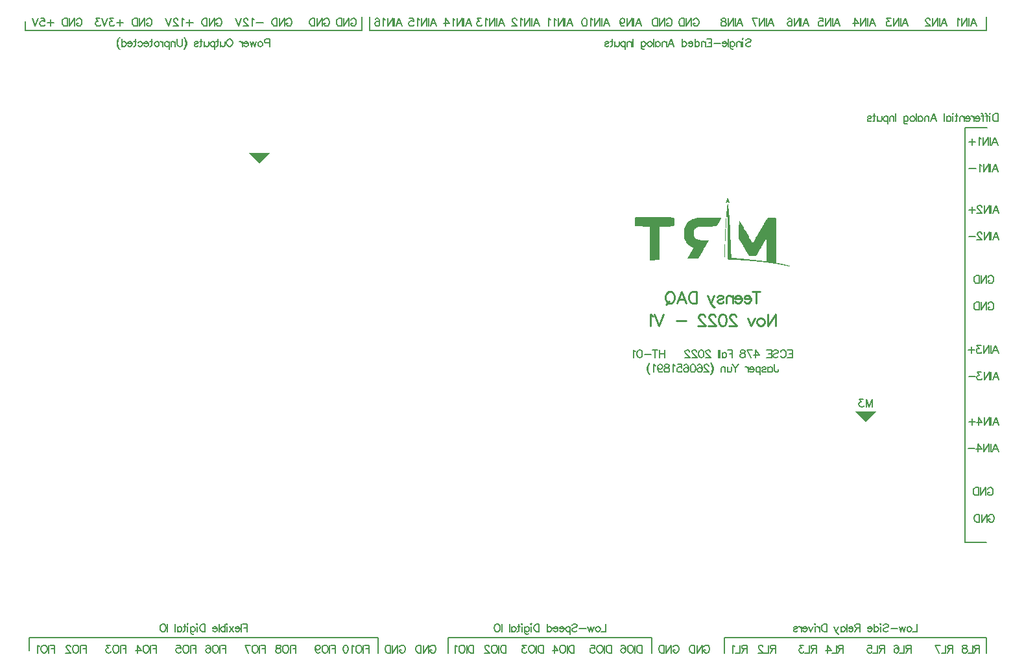
<source format=gbo>
G04*
G04 #@! TF.GenerationSoftware,Altium Limited,Altium Designer,22.10.1 (41)*
G04*
G04 Layer_Color=16711935*
%FSLAX25Y25*%
%MOIN*%
G70*
G04*
G04 #@! TF.SameCoordinates,B9BD54E3-EECD-4B20-9C05-BBB2DA08042D*
G04*
G04*
G04 #@! TF.FilePolarity,Positive*
G04*
G01*
G75*
%ADD16C,0.00700*%
%ADD18C,0.01000*%
%ADD20C,0.00800*%
G36*
X218500Y359000D02*
X224000Y353500D01*
X229500Y359000D01*
X218500D01*
D02*
G37*
G36*
X530000Y226000D02*
X535500Y220500D01*
X541000Y226000D01*
X530000D01*
D02*
G37*
G36*
X464899Y335563D02*
X464932Y335496D01*
X464966Y335430D01*
X465032Y335330D01*
X465099Y335163D01*
X465166Y334997D01*
X465266Y334763D01*
X465366Y334497D01*
Y334463D01*
X465399Y334363D01*
X465433Y334263D01*
X465466Y334097D01*
X465566Y333797D01*
X465599Y333630D01*
Y333530D01*
Y333497D01*
Y333430D01*
X465566Y333363D01*
X465499Y333330D01*
X465466D01*
X465399Y333363D01*
X465299Y333430D01*
X465099Y333563D01*
X464699Y333830D01*
X464299Y333563D01*
X464266D01*
X464199Y333530D01*
X463999Y333430D01*
X463966D01*
X463899Y333397D01*
X463833Y333363D01*
X463799D01*
Y333397D01*
X463766Y333463D01*
Y333530D01*
X463799Y333663D01*
X463833Y333830D01*
X463866Y334063D01*
X463966Y334363D01*
Y334397D01*
X463999Y334497D01*
X464066Y334663D01*
X464133Y334863D01*
X464299Y335263D01*
X464399Y335463D01*
X464499Y335630D01*
X464699Y335930D01*
X464899Y335563D01*
D02*
G37*
G36*
X459100Y325697D02*
X461466D01*
Y325664D01*
X461433Y325564D01*
X461366Y325498D01*
X461300Y325331D01*
X461233Y325164D01*
X461100Y324931D01*
X461066Y324898D01*
X461033Y324798D01*
X460966Y324664D01*
X460833Y324498D01*
X460700Y324264D01*
X460566Y323998D01*
X460166Y323364D01*
X458933Y321165D01*
X454534Y321098D01*
X453600D01*
X453034Y321065D01*
X451800D01*
X451234Y321031D01*
X450534D01*
X450334Y320998D01*
X449934Y320965D01*
X449734Y320898D01*
X449601Y320865D01*
X449534D01*
X449401Y320798D01*
X449167Y320731D01*
X448868Y320598D01*
X448268Y320298D01*
X448001Y320098D01*
X447768Y319865D01*
X447734Y319831D01*
X447668Y319731D01*
X447601Y319598D01*
X447501Y319398D01*
X447401Y319131D01*
X447301Y318798D01*
X447201Y318398D01*
X447168Y317932D01*
Y317898D01*
Y317732D01*
Y317532D01*
Y317265D01*
X447201Y316965D01*
X447234Y316632D01*
X447301Y316298D01*
X447401Y315999D01*
Y315965D01*
X447468Y315865D01*
X447534Y315732D01*
X447634Y315565D01*
X447768Y315365D01*
X447934Y315165D01*
X448168Y314999D01*
X448401Y314832D01*
X448434Y314799D01*
X448534Y314765D01*
X448701Y314665D01*
X448901Y314565D01*
X449134Y314465D01*
X449401Y314365D01*
X450001Y314199D01*
X450034D01*
X450167Y314165D01*
X450367D01*
X450634Y314132D01*
X451034Y314099D01*
X451501Y314065D01*
X452067Y314032D01*
X452767Y313999D01*
X454867Y313932D01*
X453500Y311566D01*
X453467Y311532D01*
X453400Y311399D01*
X453267Y311199D01*
X453134Y310899D01*
X452934Y310566D01*
X452700Y310166D01*
X452434Y309732D01*
X452167Y309232D01*
X452134Y309166D01*
X452034Y308999D01*
X451900Y308766D01*
X451700Y308433D01*
X451501Y308066D01*
X451301Y307666D01*
X451067Y307266D01*
X450867Y306899D01*
X449601Y304633D01*
X446768Y304600D01*
X446068D01*
X445768Y304566D01*
X443935D01*
X443968Y304600D01*
X444001Y304666D01*
X444035Y304766D01*
X444101Y304900D01*
X444235Y305100D01*
X444368Y305366D01*
X444401Y305399D01*
X444435Y305500D01*
X444535Y305666D01*
X444635Y305900D01*
X444801Y306199D01*
X444968Y306533D01*
X445168Y306899D01*
X445401Y307299D01*
X445435Y307333D01*
X445501Y307466D01*
X445635Y307666D01*
X445768Y307933D01*
X445934Y308233D01*
X446134Y308566D01*
X446501Y309199D01*
X446534Y309232D01*
X446568Y309332D01*
X446634Y309466D01*
X446701Y309632D01*
X446801Y309766D01*
X446868Y309932D01*
X446901Y310032D01*
X446934Y310066D01*
X446901D01*
X446868Y310099D01*
X446801Y310166D01*
X446768Y310199D01*
X446701Y310232D01*
X446568Y310299D01*
X446434Y310366D01*
X446401D01*
X446368Y310399D01*
X446168Y310499D01*
X445868Y310666D01*
X445501Y310899D01*
X445068Y311199D01*
X444635Y311566D01*
X444168Y311999D01*
X443735Y312466D01*
X443701Y312532D01*
X443568Y312699D01*
X443368Y312999D01*
X443135Y313365D01*
X442901Y313832D01*
X442635Y314365D01*
X442435Y314965D01*
X442268Y315599D01*
Y315632D01*
X442235Y315765D01*
X442202Y315965D01*
Y316232D01*
X442168Y316565D01*
X442135Y316965D01*
Y317398D01*
Y317865D01*
Y317932D01*
Y318098D01*
X442168Y318332D01*
Y318632D01*
X442202Y318965D01*
X442268Y319331D01*
X442335Y319698D01*
X442402Y320065D01*
Y320098D01*
X442435Y320165D01*
X442468Y320298D01*
X442535Y320431D01*
X442601Y320631D01*
X442668Y320865D01*
X442901Y321398D01*
X443235Y321965D01*
X443635Y322598D01*
X444101Y323198D01*
X444701Y323731D01*
X444735Y323764D01*
X444768Y323798D01*
X444868Y323864D01*
X445001Y323964D01*
X445168Y324064D01*
X445368Y324198D01*
X445601Y324331D01*
X445868Y324498D01*
X446501Y324798D01*
X447268Y325097D01*
X448101Y325397D01*
X449067Y325598D01*
X449101D01*
X449167Y325631D01*
X449301D01*
X449501Y325664D01*
X449767D01*
X450101Y325697D01*
X451800D01*
X452067Y325731D01*
X458433D01*
X459100Y325697D01*
D02*
G37*
G36*
X436035Y325764D02*
X436302D01*
X436535Y325731D01*
X436669Y325697D01*
X436702D01*
X436769Y325631D01*
X436969Y325464D01*
X437002Y325431D01*
X437035Y325397D01*
X437102Y325331D01*
X437135Y325264D01*
Y325198D01*
X437169Y325097D01*
X437202Y324964D01*
Y324731D01*
X437235Y324431D01*
X437269Y324031D01*
Y323498D01*
Y323431D01*
Y323264D01*
Y322998D01*
Y322731D01*
X437235Y322398D01*
Y322131D01*
X437202Y321898D01*
X437169Y321731D01*
X437135Y321698D01*
X437035Y321531D01*
X437002Y321498D01*
X436935Y321465D01*
X436735Y321298D01*
X436702Y321265D01*
X436569Y321231D01*
X436335Y321165D01*
X436002Y321131D01*
X435402D01*
X435036Y321098D01*
X429536D01*
Y303933D01*
X428336Y303833D01*
X427770D01*
X427470Y303800D01*
X427236D01*
X427070Y303766D01*
X426970D01*
X426903Y303733D01*
X426770D01*
X426570Y303700D01*
X426036D01*
X425670Y303666D01*
X424503Y303566D01*
Y321065D01*
X417437Y321165D01*
X416804Y321731D01*
Y325131D01*
X417104Y325431D01*
X417404Y325798D01*
X435736D01*
X436035Y325764D01*
D02*
G37*
G36*
X464766Y332630D02*
Y332597D01*
X464832Y332530D01*
X464866Y332430D01*
X464899Y332297D01*
X464932Y332130D01*
X464966Y331930D01*
Y331897D01*
Y331797D01*
X464999Y331663D01*
X465032Y331430D01*
X465066Y331130D01*
X465099Y330730D01*
X465166Y330264D01*
X465199Y329697D01*
Y329664D01*
Y329564D01*
X465233Y329397D01*
X465266Y329131D01*
X465299Y328797D01*
X465333Y328364D01*
X465399Y327831D01*
X465433Y327164D01*
Y327131D01*
Y327097D01*
Y326964D01*
X465466Y326831D01*
Y326664D01*
Y326464D01*
X465532Y325964D01*
X465566Y325364D01*
X465599Y324698D01*
X465666Y323964D01*
X465732Y323198D01*
Y323131D01*
Y322964D01*
X465766Y322698D01*
Y322298D01*
X465799Y321764D01*
Y321465D01*
X465832Y321131D01*
Y320731D01*
X465866Y320331D01*
Y319865D01*
X465899Y319398D01*
Y319365D01*
Y319265D01*
Y319131D01*
X465932Y318932D01*
Y318698D01*
Y318398D01*
X465966Y318065D01*
Y317698D01*
X465999Y317265D01*
X466032Y316832D01*
X466066Y315898D01*
X466099Y314865D01*
X466166Y313799D01*
Y313765D01*
Y313665D01*
Y313532D01*
X466199Y313299D01*
Y313065D01*
Y312765D01*
X466232Y312432D01*
Y312066D01*
X466266Y311232D01*
X466332Y310332D01*
X466366Y309399D01*
X466399Y308466D01*
Y308433D01*
Y308366D01*
Y308233D01*
Y308066D01*
X466432Y307666D01*
Y307166D01*
X466466Y306633D01*
Y306099D01*
X466499Y305666D01*
Y305466D01*
Y305333D01*
Y305299D01*
Y305200D01*
X466532Y305133D01*
X466599Y305066D01*
X466632D01*
X466699Y305033D01*
X466866Y304999D01*
X466999Y304966D01*
X467166Y304933D01*
X467532D01*
X467699Y304900D01*
X467899D01*
X468165Y304866D01*
X468299D01*
X468432Y304833D01*
X468632D01*
X468865Y304800D01*
X469099D01*
X469665Y304733D01*
X469799D01*
X469932Y304700D01*
X470132D01*
X470365Y304666D01*
X470632D01*
X471232Y304600D01*
X471498D01*
X471699Y304566D01*
X472098Y304533D01*
X472298D01*
X472465Y304500D01*
X472632D01*
X472765Y304466D01*
X472932D01*
X473132Y304433D01*
X473365Y304400D01*
X473632Y304366D01*
X473765D01*
X473898Y304333D01*
X474098D01*
X474565Y304300D01*
X475065Y304233D01*
X475298D01*
X475465Y304200D01*
X475665D01*
X475865Y304166D01*
X476398Y304100D01*
X476531D01*
X476665Y304066D01*
X476798D01*
X477198Y304033D01*
X477531Y304000D01*
X477598D01*
X477765Y303966D01*
X478098Y303933D01*
X478531Y303866D01*
X478631D01*
X478764Y303833D01*
X478931D01*
X479331Y303800D01*
X479764Y303766D01*
X479864D01*
X479998Y303733D01*
X480131D01*
X480531Y303700D01*
X480964Y303633D01*
X481064D01*
X481164Y303600D01*
X481298D01*
X481598Y303566D01*
X481864Y303533D01*
X481931D01*
X482097Y303500D01*
X482331Y303466D01*
X482631Y303433D01*
X483331Y303333D01*
X483664Y303300D01*
X483931Y303266D01*
X484264D01*
X484497Y303233D01*
X484631D01*
Y303266D01*
Y303333D01*
Y303466D01*
Y303666D01*
Y304000D01*
X484664Y304200D01*
Y304433D01*
Y304700D01*
Y304999D01*
Y305033D01*
Y305066D01*
Y305166D01*
Y305299D01*
Y305500D01*
Y305699D01*
Y306199D01*
Y306799D01*
Y307533D01*
Y308332D01*
Y309232D01*
X484631Y315198D01*
X482198Y310999D01*
Y310966D01*
X482164Y310932D01*
X482097Y310832D01*
X482031Y310699D01*
X481864Y310366D01*
X481598Y309966D01*
X481331Y309499D01*
X481031Y308966D01*
X480731Y308433D01*
X480431Y307933D01*
X480398Y307866D01*
X480298Y307733D01*
X480164Y307499D01*
X479998Y307266D01*
X479864Y306999D01*
X479698Y306766D01*
X479564Y306599D01*
X479498Y306499D01*
X479431Y306433D01*
X479264Y306299D01*
X479031Y306099D01*
X478764Y305966D01*
X478698D01*
X478598Y305933D01*
X478431D01*
X478265Y305900D01*
X478031D01*
X477765Y305866D01*
X477098D01*
X476898Y305900D01*
X476431Y305933D01*
X476231Y305966D01*
X476031Y306033D01*
X475998D01*
X475965Y306066D01*
X475765Y306166D01*
X475498Y306366D01*
X475265Y306666D01*
X475232Y306699D01*
X475198Y306733D01*
X475132Y306833D01*
X475065Y306966D01*
X474965Y307133D01*
X474798Y307366D01*
X474632Y307666D01*
X474598Y307699D01*
X474532Y307833D01*
X474432Y308033D01*
X474298Y308299D01*
X474098Y308599D01*
X473898Y308966D01*
X473665Y309366D01*
X473398Y309799D01*
X473365Y309866D01*
X473265Y309999D01*
X473132Y310266D01*
X472932Y310566D01*
X472732Y310966D01*
X472498Y311399D01*
X472232Y311865D01*
X471965Y312332D01*
X471932Y312399D01*
X471832Y312532D01*
X471699Y312765D01*
X471532Y313065D01*
X471365Y313365D01*
X471132Y313732D01*
X470965Y314065D01*
X470765Y314399D01*
X470432Y314932D01*
Y319798D01*
Y319831D01*
Y319898D01*
Y320031D01*
Y320198D01*
Y320398D01*
Y320631D01*
Y321131D01*
Y321731D01*
X470465Y322298D01*
Y322864D01*
X470499Y323331D01*
Y323398D01*
Y323498D01*
Y323698D01*
X470532Y323898D01*
Y324131D01*
Y324298D01*
X470565Y324431D01*
X470599Y324398D01*
X470665Y324298D01*
X470765Y324131D01*
X470865Y323931D01*
X471032Y323631D01*
X471265Y323264D01*
X471299Y323198D01*
X471365Y323064D01*
X471498Y322831D01*
X471699Y322498D01*
X471932Y322131D01*
X472165Y321665D01*
X472465Y321165D01*
X472798Y320598D01*
X472832Y320531D01*
X472932Y320365D01*
X473098Y320098D01*
X473298Y319731D01*
X473565Y319298D01*
X473832Y318798D01*
X474132Y318265D01*
X474465Y317698D01*
X475132Y316532D01*
X475465Y315965D01*
X475765Y315432D01*
X476065Y314932D01*
X476331Y314499D01*
X476531Y314132D01*
X476698Y313832D01*
X476731Y313765D01*
X476798Y313632D01*
X476931Y313432D01*
X477065Y313232D01*
X477198Y312999D01*
X477331Y312799D01*
X477398Y312666D01*
X477465Y312632D01*
X477498Y312666D01*
X477531Y312732D01*
X477598Y312832D01*
X477731Y313032D01*
X477898Y313299D01*
X478164Y313699D01*
X478298Y313965D01*
X478465Y314232D01*
Y314265D01*
X478498Y314299D01*
X478565Y314399D01*
X478631Y314532D01*
X478831Y314865D01*
X479098Y315299D01*
X479398Y315865D01*
X479798Y316532D01*
X480198Y317265D01*
X480664Y318065D01*
X480698Y318132D01*
X480798Y318298D01*
X480931Y318565D01*
X481131Y318898D01*
X481364Y319298D01*
X481631Y319765D01*
X481931Y320265D01*
X482231Y320765D01*
X482831Y321831D01*
X483131Y322364D01*
X483431Y322831D01*
X483664Y323264D01*
X483897Y323631D01*
X484064Y323964D01*
X484197Y324164D01*
X484231Y324198D01*
X484297Y324331D01*
X484397Y324464D01*
X484497Y324664D01*
X484797Y325064D01*
X484964Y325264D01*
X485097Y325397D01*
X485430Y325731D01*
X488130D01*
X488597Y325697D01*
X488864D01*
X489097Y325664D01*
X489163D01*
X489230Y325631D01*
X489297Y325564D01*
X489363Y325498D01*
X489430Y325364D01*
X489497Y325164D01*
X489563Y324898D01*
X489630Y324531D01*
X489663Y324098D01*
Y324031D01*
Y323931D01*
Y323764D01*
Y323531D01*
Y323198D01*
Y322798D01*
Y322298D01*
X489697Y321698D01*
Y320998D01*
Y320598D01*
Y320131D01*
Y319665D01*
Y319165D01*
Y318632D01*
Y318032D01*
Y317432D01*
Y316765D01*
Y316065D01*
Y315332D01*
Y314532D01*
Y313699D01*
Y302433D01*
X489930Y302400D01*
X489963D01*
X490030Y302366D01*
X490230Y302333D01*
X490363Y302300D01*
X490530Y302267D01*
X490597D01*
X490697Y302233D01*
X490830D01*
X491163Y302167D01*
X491563Y302100D01*
X491597D01*
X491663Y302066D01*
X491763D01*
X491930Y302033D01*
X492097Y302000D01*
X492330Y301933D01*
X492830Y301833D01*
X493430Y301700D01*
X494063Y301567D01*
X494730Y301400D01*
X495396Y301233D01*
X495430D01*
X495463Y301200D01*
X495663Y301167D01*
X495963Y301067D01*
X496263Y300967D01*
X496596Y300867D01*
X496896Y300767D01*
X497096Y300667D01*
X497163Y300633D01*
X497196Y300600D01*
Y300567D01*
X497163Y300533D01*
X497096Y300500D01*
X496863D01*
X496796Y300533D01*
X496663D01*
X496529Y300567D01*
X496329Y300600D01*
X496096Y300633D01*
X495796Y300700D01*
X495763D01*
X495630Y300733D01*
X495430Y300800D01*
X495196Y300833D01*
X494863Y300933D01*
X494496Y301000D01*
X494096Y301067D01*
X493630Y301167D01*
X493563D01*
X493430Y301200D01*
X493196Y301267D01*
X492930Y301300D01*
X492297Y301433D01*
X491996Y301500D01*
X491730Y301533D01*
X491663D01*
X491497Y301567D01*
X491230Y301600D01*
X490930Y301667D01*
X490563Y301733D01*
X490163Y301800D01*
X489763Y301833D01*
X489397Y301900D01*
X489363D01*
X489230Y301933D01*
X489064Y301967D01*
X488830Y302000D01*
X488364Y302066D01*
X488130Y302100D01*
X487930Y302133D01*
X487864D01*
X487730Y302167D01*
X487530Y302200D01*
X487264Y302233D01*
X487197D01*
X487030Y302267D01*
X486797Y302300D01*
X486564Y302333D01*
X486530D01*
X486364Y302366D01*
X486130Y302400D01*
X485764Y302433D01*
X485731D01*
X485664Y302467D01*
X485564D01*
X485397Y302500D01*
X485064Y302533D01*
X484664Y302600D01*
X484464D01*
X484331Y302633D01*
X483964Y302666D01*
X483531Y302700D01*
X483497D01*
X483431Y302733D01*
X483297D01*
X483164Y302766D01*
X482864Y302800D01*
X482597Y302833D01*
X482531D01*
X482331Y302866D01*
X482031Y302900D01*
X481598Y302933D01*
X481564D01*
X481464Y302966D01*
X481331D01*
X481164Y303000D01*
X480698Y303033D01*
X480198Y303066D01*
X480064D01*
X479931Y303100D01*
X479764D01*
X479564Y303133D01*
X479331Y303166D01*
X478798Y303200D01*
X478764D01*
X478664Y303233D01*
X478531D01*
X478365Y303266D01*
X477965Y303300D01*
X477465D01*
X477331Y303333D01*
X477098D01*
X476831Y303366D01*
X476498Y303400D01*
X476131Y303433D01*
X475698Y303466D01*
X475632D01*
X475465Y303500D01*
X475198D01*
X474798Y303533D01*
X474332Y303566D01*
X473765Y303633D01*
X473098Y303666D01*
X472332Y303733D01*
X472098D01*
X471932Y303766D01*
X471699D01*
X471432Y303800D01*
X471099D01*
X470732Y303833D01*
X470532D01*
X470332Y303866D01*
X470065D01*
X469732Y303900D01*
X469365D01*
X468599Y303933D01*
X468232D01*
X467966Y303966D01*
X467332D01*
X466632Y304000D01*
X466299D01*
X466099Y304033D01*
X465666D01*
X465499Y304066D01*
X465333D01*
X464499Y304133D01*
Y317098D01*
Y317132D01*
Y317232D01*
Y317365D01*
Y317565D01*
Y317798D01*
Y318098D01*
Y318398D01*
Y318765D01*
Y319531D01*
Y320365D01*
Y321265D01*
Y322131D01*
Y322165D01*
Y322231D01*
Y322364D01*
Y322531D01*
Y322731D01*
Y322931D01*
Y323498D01*
Y324098D01*
Y324764D01*
Y325431D01*
Y326064D01*
Y326097D01*
Y326131D01*
Y326331D01*
Y326631D01*
X464466Y326997D01*
Y327397D01*
Y327797D01*
X464433Y328197D01*
Y328564D01*
Y328597D01*
Y328697D01*
Y328831D01*
Y328964D01*
Y329097D01*
Y329164D01*
X464399Y329064D01*
Y328964D01*
X464366Y328630D01*
X464333Y328164D01*
X464266Y327597D01*
X464233Y326964D01*
X464166Y326197D01*
X464099Y325364D01*
Y325331D01*
Y325264D01*
X464066Y325131D01*
Y324931D01*
Y324698D01*
X464033Y324431D01*
X463999Y324098D01*
Y323731D01*
X463966Y323331D01*
X463933Y322864D01*
X463899Y322398D01*
X463866Y321865D01*
X463833Y321265D01*
X463799Y320665D01*
X463766Y320031D01*
X463733Y319365D01*
Y319331D01*
Y319198D01*
X463699Y319032D01*
Y318765D01*
Y318431D01*
X463666Y318032D01*
X463633Y317598D01*
X463599Y317098D01*
Y317032D01*
Y316865D01*
X463566Y316598D01*
Y316232D01*
X463533Y315765D01*
X463499Y315265D01*
Y314732D01*
X463466Y314132D01*
Y314099D01*
Y314065D01*
Y313865D01*
X463433Y313532D01*
Y313132D01*
X463399Y312632D01*
X463366Y312066D01*
Y311499D01*
X463333Y310866D01*
Y310832D01*
Y310799D01*
Y310599D01*
Y310266D01*
X463299Y309866D01*
Y309432D01*
X463266Y308899D01*
X463233Y307866D01*
Y307799D01*
Y307666D01*
X463199Y307433D01*
Y307133D01*
X463166Y306766D01*
Y306399D01*
X463133Y305633D01*
Y305599D01*
Y305466D01*
Y305333D01*
X463099Y305133D01*
Y304933D01*
Y304766D01*
X463066Y304633D01*
Y304566D01*
Y304533D01*
Y304500D01*
X463033Y304333D01*
Y304266D01*
X462999Y304200D01*
X462966D01*
X462933Y304233D01*
X462899Y304266D01*
X462866Y304400D01*
Y304533D01*
X462833Y304666D01*
Y304866D01*
Y305066D01*
Y305100D01*
Y305200D01*
Y305399D01*
Y305699D01*
X462866Y306099D01*
Y306633D01*
X462899Y306933D01*
Y307266D01*
Y307666D01*
X462933Y308066D01*
Y308099D01*
Y308166D01*
Y308299D01*
Y308466D01*
X462966Y308699D01*
Y308932D01*
X462999Y309232D01*
Y309566D01*
X463033Y310299D01*
X463066Y311166D01*
X463133Y312132D01*
X463166Y313132D01*
Y313165D01*
Y313265D01*
Y313399D01*
Y313599D01*
X463199Y313865D01*
Y314165D01*
X463233Y314499D01*
Y314865D01*
X463266Y315699D01*
X463299Y316632D01*
X463366Y317598D01*
X463399Y318598D01*
Y318632D01*
Y318731D01*
Y318865D01*
X463433Y319032D01*
Y319265D01*
Y319531D01*
X463466Y320131D01*
X463499Y320798D01*
X463533Y321498D01*
X463566Y322198D01*
X463599Y322798D01*
Y322831D01*
Y322931D01*
X463633Y323098D01*
Y323298D01*
Y323531D01*
X463666Y323798D01*
X463699Y324431D01*
X463766Y325097D01*
X463799Y325764D01*
X463833Y326064D01*
X463866Y326364D01*
Y326597D01*
X463899Y326797D01*
Y326831D01*
Y326964D01*
X463933Y327131D01*
Y327364D01*
X463966Y327864D01*
X463999Y328097D01*
X464033Y328330D01*
Y328364D01*
Y328431D01*
X464066Y328564D01*
Y328764D01*
X464099Y328964D01*
X464133Y329197D01*
X464166Y329730D01*
X464233Y330297D01*
X464299Y330864D01*
X464366Y331364D01*
Y331564D01*
X464399Y331730D01*
Y331764D01*
Y331863D01*
X464433Y331997D01*
X464466Y332130D01*
X464533Y332464D01*
X464566Y332563D01*
X464599Y332630D01*
X464633Y332663D01*
X464666Y332697D01*
X464699D01*
X464766Y332630D01*
D02*
G37*
D16*
X105500Y103000D02*
Y109500D01*
X285000D01*
Y101500D02*
Y109500D01*
X425500Y101500D02*
Y109500D01*
X321000Y101500D02*
Y109500D01*
X425500D01*
X597500Y101500D02*
Y109500D01*
X463000Y101500D02*
Y109500D01*
X597500D01*
X586500Y158500D02*
X597500D01*
X586500Y372000D02*
X598000D01*
X586500Y158500D02*
Y372000D01*
X276500Y422000D02*
Y429000D01*
X103500Y422000D02*
Y426500D01*
Y422000D02*
X276500D01*
X280500D02*
Y429000D01*
X597500Y422000D02*
Y429000D01*
X280500Y422000D02*
X597500D01*
D18*
X479281Y287597D02*
Y281598D01*
X481281Y287597D02*
X477281D01*
X476567Y283883D02*
X473139D01*
Y284455D01*
X473425Y285026D01*
X473711Y285312D01*
X474282Y285597D01*
X475139D01*
X475710Y285312D01*
X476282Y284740D01*
X476567Y283883D01*
Y283312D01*
X476282Y282455D01*
X475710Y281884D01*
X475139Y281598D01*
X474282D01*
X473711Y281884D01*
X473139Y282455D01*
X471854Y283883D02*
X468426D01*
Y284455D01*
X468712Y285026D01*
X468997Y285312D01*
X469569Y285597D01*
X470426D01*
X470997Y285312D01*
X471568Y284740D01*
X471854Y283883D01*
Y283312D01*
X471568Y282455D01*
X470997Y281884D01*
X470426Y281598D01*
X469569D01*
X468997Y281884D01*
X468426Y282455D01*
X467141Y285597D02*
Y281598D01*
Y284455D02*
X466284Y285312D01*
X465712Y285597D01*
X464855D01*
X464284Y285312D01*
X463999Y284455D01*
Y281598D01*
X459285Y284740D02*
X459571Y285312D01*
X460428Y285597D01*
X461285D01*
X462142Y285312D01*
X462427Y284740D01*
X462142Y284169D01*
X461570Y283883D01*
X460142Y283598D01*
X459571Y283312D01*
X459285Y282741D01*
Y282455D01*
X459571Y281884D01*
X460428Y281598D01*
X461285D01*
X462142Y281884D01*
X462427Y282455D01*
X457743Y285597D02*
X456029Y281598D01*
X454315Y285597D02*
X456029Y281598D01*
X456600Y280455D01*
X457171Y279884D01*
X457743Y279598D01*
X458028D01*
X448602Y287597D02*
Y281598D01*
Y287597D02*
X446602D01*
X445745Y287311D01*
X445174Y286740D01*
X444888Y286169D01*
X444603Y285312D01*
Y283883D01*
X444888Y283026D01*
X445174Y282455D01*
X445745Y281884D01*
X446602Y281598D01*
X448602D01*
X438690D02*
X440975Y287597D01*
X443260Y281598D01*
X442403Y283598D02*
X439547D01*
X435576Y287597D02*
X436147Y287311D01*
X436719Y286740D01*
X437004Y286169D01*
X437290Y285312D01*
Y283883D01*
X437004Y283026D01*
X436719Y282455D01*
X436147Y281884D01*
X435576Y281598D01*
X434433D01*
X433862Y281884D01*
X433291Y282455D01*
X433005Y283026D01*
X432720Y283883D01*
Y285312D01*
X433005Y286169D01*
X433291Y286740D01*
X433862Y287311D01*
X434433Y287597D01*
X435576D01*
X434719Y282741D02*
X433005Y281027D01*
X489136Y275999D02*
Y270000D01*
Y275999D02*
X485137Y270000D01*
Y275999D02*
Y270000D01*
X482052Y273999D02*
X482623Y273713D01*
X483194Y273142D01*
X483480Y272285D01*
Y271714D01*
X483194Y270857D01*
X482623Y270286D01*
X482052Y270000D01*
X481195D01*
X480623Y270286D01*
X480052Y270857D01*
X479767Y271714D01*
Y272285D01*
X480052Y273142D01*
X480623Y273713D01*
X481195Y273999D01*
X482052D01*
X478452D02*
X476739Y270000D01*
X475025Y273999D02*
X476739Y270000D01*
X469055Y274570D02*
Y274856D01*
X468769Y275427D01*
X468483Y275713D01*
X467912Y275999D01*
X466769D01*
X466198Y275713D01*
X465912Y275427D01*
X465627Y274856D01*
Y274285D01*
X465912Y273713D01*
X466484Y272856D01*
X469340Y270000D01*
X465341D01*
X462285Y275999D02*
X463141Y275713D01*
X463713Y274856D01*
X463999Y273428D01*
Y272571D01*
X463713Y271143D01*
X463141Y270286D01*
X462285Y270000D01*
X461713D01*
X460856Y270286D01*
X460285Y271143D01*
X459999Y272571D01*
Y273428D01*
X460285Y274856D01*
X460856Y275713D01*
X461713Y275999D01*
X462285D01*
X458371Y274570D02*
Y274856D01*
X458085Y275427D01*
X457800Y275713D01*
X457229Y275999D01*
X456086D01*
X455515Y275713D01*
X455229Y275427D01*
X454943Y274856D01*
Y274285D01*
X455229Y273713D01*
X455800Y272856D01*
X458657Y270000D01*
X454658D01*
X453029Y274570D02*
Y274856D01*
X452744Y275427D01*
X452458Y275713D01*
X451887Y275999D01*
X450744D01*
X450173Y275713D01*
X449887Y275427D01*
X449602Y274856D01*
Y274285D01*
X449887Y273713D01*
X450459Y272856D01*
X453315Y270000D01*
X449316D01*
X443260Y272571D02*
X438118D01*
X431634Y275999D02*
X429349Y270000D01*
X427064Y275999D02*
X429349Y270000D01*
X426292Y274856D02*
X425721Y275142D01*
X424864Y275999D01*
Y270000D01*
D20*
X229211Y415537D02*
X227497D01*
X226925Y415728D01*
X226735Y415918D01*
X226544Y416299D01*
Y416870D01*
X226735Y417251D01*
X226925Y417442D01*
X227497Y417632D01*
X229211D01*
Y413633D01*
X224697Y416299D02*
X225078Y416109D01*
X225459Y415728D01*
X225649Y415157D01*
Y414776D01*
X225459Y414204D01*
X225078Y413824D01*
X224697Y413633D01*
X224126D01*
X223745Y413824D01*
X223364Y414204D01*
X223174Y414776D01*
Y415157D01*
X223364Y415728D01*
X223745Y416109D01*
X224126Y416299D01*
X224697D01*
X222298D02*
X221536Y413633D01*
X220774Y416299D02*
X221536Y413633D01*
X220774Y416299D02*
X220013Y413633D01*
X219251Y416299D02*
X220013Y413633D01*
X218318Y415157D02*
X216033D01*
Y415537D01*
X216223Y415918D01*
X216413Y416109D01*
X216794Y416299D01*
X217366D01*
X217746Y416109D01*
X218127Y415728D01*
X218318Y415157D01*
Y414776D01*
X218127Y414204D01*
X217746Y413824D01*
X217366Y413633D01*
X216794D01*
X216413Y413824D01*
X216033Y414204D01*
X215176Y416299D02*
Y413633D01*
Y415157D02*
X214985Y415728D01*
X214604Y416109D01*
X214223Y416299D01*
X213652D01*
X209005Y417632D02*
X209386Y417442D01*
X209767Y417061D01*
X209958Y416680D01*
X210148Y416109D01*
Y415157D01*
X209958Y414585D01*
X209767Y414204D01*
X209386Y413824D01*
X209005Y413633D01*
X208244D01*
X207863Y413824D01*
X207482Y414204D01*
X207292Y414585D01*
X207101Y415157D01*
Y416109D01*
X207292Y416680D01*
X207482Y417061D01*
X207863Y417442D01*
X208244Y417632D01*
X209005D01*
X206168Y416299D02*
Y414395D01*
X205978Y413824D01*
X205597Y413633D01*
X205025D01*
X204644Y413824D01*
X204073Y414395D01*
Y416299D02*
Y413633D01*
X202454Y417632D02*
Y414395D01*
X202264Y413824D01*
X201883Y413633D01*
X201502D01*
X203026Y416299D02*
X201693D01*
X200931D02*
Y412300D01*
Y415728D02*
X200550Y416109D01*
X200169Y416299D01*
X199598D01*
X199217Y416109D01*
X198836Y415728D01*
X198646Y415157D01*
Y414776D01*
X198836Y414204D01*
X199217Y413824D01*
X199598Y413633D01*
X200169D01*
X200550Y413824D01*
X200931Y414204D01*
X197789Y416299D02*
Y414395D01*
X197598Y413824D01*
X197218Y413633D01*
X196646D01*
X196265Y413824D01*
X195694Y414395D01*
Y416299D02*
Y413633D01*
X194075Y417632D02*
Y414395D01*
X193885Y413824D01*
X193504Y413633D01*
X193123D01*
X194647Y416299D02*
X193314D01*
X190457Y415728D02*
X190647Y416109D01*
X191219Y416299D01*
X191790D01*
X192361Y416109D01*
X192552Y415728D01*
X192361Y415347D01*
X191981Y415157D01*
X191028Y414966D01*
X190647Y414776D01*
X190457Y414395D01*
Y414204D01*
X190647Y413824D01*
X191219Y413633D01*
X191790D01*
X192361Y413824D01*
X192552Y414204D01*
X185144Y418394D02*
X185525Y418013D01*
X185906Y417442D01*
X186286Y416680D01*
X186477Y415728D01*
Y414966D01*
X186286Y414014D01*
X185906Y413252D01*
X185525Y412681D01*
X185144Y412300D01*
X185525Y418013D02*
X185906Y417251D01*
X186096Y416680D01*
X186286Y415728D01*
Y414966D01*
X186096Y414014D01*
X185906Y413443D01*
X185525Y412681D01*
X184382Y417632D02*
Y414776D01*
X184192Y414204D01*
X183811Y413824D01*
X183240Y413633D01*
X182859D01*
X182287Y413824D01*
X181906Y414204D01*
X181716Y414776D01*
Y417632D01*
X180612Y416299D02*
Y413633D01*
Y415537D02*
X180040Y416109D01*
X179659Y416299D01*
X179088D01*
X178707Y416109D01*
X178517Y415537D01*
Y413633D01*
X177469Y416299D02*
Y412300D01*
Y415728D02*
X177088Y416109D01*
X176708Y416299D01*
X176136D01*
X175755Y416109D01*
X175375Y415728D01*
X175184Y415157D01*
Y414776D01*
X175375Y414204D01*
X175755Y413824D01*
X176136Y413633D01*
X176708D01*
X177088Y413824D01*
X177469Y414204D01*
X174327Y416299D02*
Y413633D01*
Y415157D02*
X174137Y415728D01*
X173756Y416109D01*
X173375Y416299D01*
X172804D01*
X171490D02*
X171871Y416109D01*
X172251Y415728D01*
X172442Y415157D01*
Y414776D01*
X172251Y414204D01*
X171871Y413824D01*
X171490Y413633D01*
X170918D01*
X170537Y413824D01*
X170157Y414204D01*
X169966Y414776D01*
Y415157D01*
X170157Y415728D01*
X170537Y416109D01*
X170918Y416299D01*
X171490D01*
X168519Y417632D02*
Y414395D01*
X168328Y413824D01*
X167948Y413633D01*
X167567D01*
X169090Y416299D02*
X167757D01*
X166995Y415157D02*
X164710D01*
Y415537D01*
X164901Y415918D01*
X165091Y416109D01*
X165472Y416299D01*
X166043D01*
X166424Y416109D01*
X166805Y415728D01*
X166995Y415157D01*
Y414776D01*
X166805Y414204D01*
X166424Y413824D01*
X166043Y413633D01*
X165472D01*
X165091Y413824D01*
X164710Y414204D01*
X161568Y415728D02*
X161949Y416109D01*
X162330Y416299D01*
X162901D01*
X163282Y416109D01*
X163663Y415728D01*
X163853Y415157D01*
Y414776D01*
X163663Y414204D01*
X163282Y413824D01*
X162901Y413633D01*
X162330D01*
X161949Y413824D01*
X161568Y414204D01*
X160140Y417632D02*
Y414395D01*
X159949Y413824D01*
X159569Y413633D01*
X159188D01*
X160711Y416299D02*
X159378D01*
X158616Y415157D02*
X156331D01*
Y415537D01*
X156521Y415918D01*
X156712Y416109D01*
X157093Y416299D01*
X157664D01*
X158045Y416109D01*
X158426Y415728D01*
X158616Y415157D01*
Y414776D01*
X158426Y414204D01*
X158045Y413824D01*
X157664Y413633D01*
X157093D01*
X156712Y413824D01*
X156331Y414204D01*
X153189Y417632D02*
Y413633D01*
Y415728D02*
X153570Y416109D01*
X153951Y416299D01*
X154522D01*
X154903Y416109D01*
X155284Y415728D01*
X155474Y415157D01*
Y414776D01*
X155284Y414204D01*
X154903Y413824D01*
X154522Y413633D01*
X153951D01*
X153570Y413824D01*
X153189Y414204D01*
X152122Y418394D02*
X151742Y418013D01*
X151361Y417442D01*
X150980Y416680D01*
X150789Y415728D01*
Y414966D01*
X150980Y414014D01*
X151361Y413252D01*
X151742Y412681D01*
X152122Y412300D01*
X151742Y418013D02*
X151361Y417251D01*
X151170Y416680D01*
X150980Y415728D01*
Y414966D01*
X151170Y414014D01*
X151361Y413443D01*
X151742Y412681D01*
X473831Y417061D02*
X474212Y417442D01*
X474783Y417632D01*
X475545D01*
X476116Y417442D01*
X476497Y417061D01*
Y416680D01*
X476306Y416299D01*
X476116Y416109D01*
X475735Y415918D01*
X474592Y415537D01*
X474212Y415347D01*
X474021Y415157D01*
X473831Y414776D01*
Y414204D01*
X474212Y413824D01*
X474783Y413633D01*
X475545D01*
X476116Y413824D01*
X476497Y414204D01*
X472555Y417632D02*
X472364Y417442D01*
X472174Y417632D01*
X472364Y417823D01*
X472555Y417632D01*
X472364Y416299D02*
Y413633D01*
X471469Y416299D02*
Y413633D01*
Y415537D02*
X470898Y416109D01*
X470517Y416299D01*
X469946D01*
X469565Y416109D01*
X469374Y415537D01*
Y413633D01*
X466042Y416299D02*
Y413252D01*
X466232Y412681D01*
X466423Y412490D01*
X466804Y412300D01*
X467375D01*
X467756Y412490D01*
X466042Y415728D02*
X466423Y416109D01*
X466804Y416299D01*
X467375D01*
X467756Y416109D01*
X468137Y415728D01*
X468327Y415157D01*
Y414776D01*
X468137Y414204D01*
X467756Y413824D01*
X467375Y413633D01*
X466804D01*
X466423Y413824D01*
X466042Y414204D01*
X464975Y417632D02*
Y413633D01*
X464137Y415157D02*
X461852D01*
Y415537D01*
X462043Y415918D01*
X462233Y416109D01*
X462614Y416299D01*
X463185D01*
X463566Y416109D01*
X463947Y415728D01*
X464137Y415157D01*
Y414776D01*
X463947Y414204D01*
X463566Y413824D01*
X463185Y413633D01*
X462614D01*
X462233Y413824D01*
X461852Y414204D01*
X460995Y415347D02*
X457567D01*
X453911Y417632D02*
X456387D01*
Y413633D01*
X453911D01*
X456387Y415728D02*
X454863D01*
X453244Y416299D02*
Y413633D01*
Y415537D02*
X452673Y416109D01*
X452292Y416299D01*
X451721D01*
X451340Y416109D01*
X451150Y415537D01*
Y413633D01*
X447817Y417632D02*
Y413633D01*
Y415728D02*
X448198Y416109D01*
X448579Y416299D01*
X449150D01*
X449531Y416109D01*
X449912Y415728D01*
X450102Y415157D01*
Y414776D01*
X449912Y414204D01*
X449531Y413824D01*
X449150Y413633D01*
X448579D01*
X448198Y413824D01*
X447817Y414204D01*
X446751Y415157D02*
X444465D01*
Y415537D01*
X444656Y415918D01*
X444846Y416109D01*
X445227Y416299D01*
X445798D01*
X446179Y416109D01*
X446560Y415728D01*
X446751Y415157D01*
Y414776D01*
X446560Y414204D01*
X446179Y413824D01*
X445798Y413633D01*
X445227D01*
X444846Y413824D01*
X444465Y414204D01*
X441323Y417632D02*
Y413633D01*
Y415728D02*
X441704Y416109D01*
X442085Y416299D01*
X442656D01*
X443037Y416109D01*
X443418Y415728D01*
X443609Y415157D01*
Y414776D01*
X443418Y414204D01*
X443037Y413824D01*
X442656Y413633D01*
X442085D01*
X441704Y413824D01*
X441323Y414204D01*
X434068Y413633D02*
X435591Y417632D01*
X437115Y413633D01*
X436543Y414966D02*
X434639D01*
X433135Y416299D02*
Y413633D01*
Y415537D02*
X432563Y416109D01*
X432182Y416299D01*
X431611D01*
X431230Y416109D01*
X431040Y415537D01*
Y413633D01*
X427707Y416299D02*
Y413633D01*
Y415728D02*
X428088Y416109D01*
X428469Y416299D01*
X429040D01*
X429421Y416109D01*
X429802Y415728D01*
X429992Y415157D01*
Y414776D01*
X429802Y414204D01*
X429421Y413824D01*
X429040Y413633D01*
X428469D01*
X428088Y413824D01*
X427707Y414204D01*
X426641Y417632D02*
Y413633D01*
X424851Y416299D02*
X425232Y416109D01*
X425612Y415728D01*
X425803Y415157D01*
Y414776D01*
X425612Y414204D01*
X425232Y413824D01*
X424851Y413633D01*
X424279D01*
X423899Y413824D01*
X423518Y414204D01*
X423327Y414776D01*
Y415157D01*
X423518Y415728D01*
X423899Y416109D01*
X424279Y416299D01*
X424851D01*
X420166D02*
Y413252D01*
X420356Y412681D01*
X420547Y412490D01*
X420928Y412300D01*
X421499D01*
X421880Y412490D01*
X420166Y415728D02*
X420547Y416109D01*
X420928Y416299D01*
X421499D01*
X421880Y416109D01*
X422261Y415728D01*
X422451Y415157D01*
Y414776D01*
X422261Y414204D01*
X421880Y413824D01*
X421499Y413633D01*
X420928D01*
X420547Y413824D01*
X420166Y414204D01*
X415957Y417632D02*
Y413633D01*
X415119Y416299D02*
Y413633D01*
Y415537D02*
X414548Y416109D01*
X414167Y416299D01*
X413596D01*
X413215Y416109D01*
X413025Y415537D01*
Y413633D01*
X411977Y416299D02*
Y412300D01*
Y415728D02*
X411596Y416109D01*
X411215Y416299D01*
X410644D01*
X410263Y416109D01*
X409882Y415728D01*
X409692Y415157D01*
Y414776D01*
X409882Y414204D01*
X410263Y413824D01*
X410644Y413633D01*
X411215D01*
X411596Y413824D01*
X411977Y414204D01*
X408835Y416299D02*
Y414395D01*
X408645Y413824D01*
X408264Y413633D01*
X407692D01*
X407312Y413824D01*
X406740Y414395D01*
Y416299D02*
Y413633D01*
X405122Y417632D02*
Y414395D01*
X404931Y413824D01*
X404550Y413633D01*
X404169D01*
X405693Y416299D02*
X404360D01*
X401503Y415728D02*
X401694Y416109D01*
X402265Y416299D01*
X402836D01*
X403408Y416109D01*
X403598Y415728D01*
X403408Y415347D01*
X403027Y415157D01*
X402075Y414966D01*
X401694Y414776D01*
X401503Y414395D01*
Y414204D01*
X401694Y413824D01*
X402265Y413633D01*
X402836D01*
X403408Y413824D01*
X403598Y414204D01*
X495325Y257613D02*
X497801D01*
Y253614D01*
X495325D01*
X497801Y255709D02*
X496277D01*
X491802Y256661D02*
X491993Y257042D01*
X492373Y257422D01*
X492754Y257613D01*
X493516D01*
X493897Y257422D01*
X494278Y257042D01*
X494468Y256661D01*
X494659Y256089D01*
Y255137D01*
X494468Y254566D01*
X494278Y254185D01*
X493897Y253804D01*
X493516Y253614D01*
X492754D01*
X492373Y253804D01*
X491993Y254185D01*
X491802Y254566D01*
X488012Y257042D02*
X488393Y257422D01*
X488965Y257613D01*
X489726D01*
X490298Y257422D01*
X490679Y257042D01*
Y256661D01*
X490488Y256280D01*
X490298Y256089D01*
X489917Y255899D01*
X488774Y255518D01*
X488393Y255328D01*
X488203Y255137D01*
X488012Y254756D01*
Y254185D01*
X488393Y253804D01*
X488965Y253614D01*
X489726D01*
X490298Y253804D01*
X490679Y254185D01*
X484642Y257613D02*
X487117D01*
Y253614D01*
X484642D01*
X487117Y255709D02*
X485594D01*
X478929Y257613D02*
X480833Y254947D01*
X477976D01*
X478929Y257613D02*
Y253614D01*
X474606Y257613D02*
X476510Y253614D01*
X477272Y257613D02*
X474606D01*
X472758D02*
X473330Y257422D01*
X473520Y257042D01*
Y256661D01*
X473330Y256280D01*
X472949Y256089D01*
X472187Y255899D01*
X471616Y255709D01*
X471235Y255328D01*
X471045Y254947D01*
Y254376D01*
X471235Y253995D01*
X471425Y253804D01*
X471997Y253614D01*
X472758D01*
X473330Y253804D01*
X473520Y253995D01*
X473711Y254376D01*
Y254947D01*
X473520Y255328D01*
X473139Y255709D01*
X472568Y255899D01*
X471806Y256089D01*
X471425Y256280D01*
X471235Y256661D01*
Y257042D01*
X471425Y257422D01*
X471997Y257613D01*
X472758D01*
X467007D02*
Y253614D01*
Y257613D02*
X464532D01*
X467007Y255709D02*
X465484D01*
X461789Y256280D02*
Y253614D01*
Y255709D02*
X462170Y256089D01*
X462551Y256280D01*
X463123D01*
X463503Y256089D01*
X463884Y255709D01*
X464075Y255137D01*
Y254756D01*
X463884Y254185D01*
X463503Y253804D01*
X463123Y253614D01*
X462551D01*
X462170Y253804D01*
X461789Y254185D01*
X460723Y257613D02*
Y253614D01*
X459885Y257613D02*
Y253614D01*
X455715Y256661D02*
Y256851D01*
X455524Y257232D01*
X455334Y257422D01*
X454953Y257613D01*
X454191D01*
X453810Y257422D01*
X453620Y257232D01*
X453429Y256851D01*
Y256470D01*
X453620Y256089D01*
X454001Y255518D01*
X455905Y253614D01*
X453239D01*
X451201Y257613D02*
X451772Y257422D01*
X452153Y256851D01*
X452344Y255899D01*
Y255328D01*
X452153Y254376D01*
X451772Y253804D01*
X451201Y253614D01*
X450820D01*
X450249Y253804D01*
X449868Y254376D01*
X449678Y255328D01*
Y255899D01*
X449868Y256851D01*
X450249Y257422D01*
X450820Y257613D01*
X451201D01*
X448592Y256661D02*
Y256851D01*
X448402Y257232D01*
X448211Y257422D01*
X447830Y257613D01*
X447069D01*
X446688Y257422D01*
X446497Y257232D01*
X446307Y256851D01*
Y256470D01*
X446497Y256089D01*
X446878Y255518D01*
X448783Y253614D01*
X446117D01*
X445031Y256661D02*
Y256851D01*
X444841Y257232D01*
X444650Y257422D01*
X444269Y257613D01*
X443508D01*
X443127Y257422D01*
X442936Y257232D01*
X442746Y256851D01*
Y256470D01*
X442936Y256089D01*
X443317Y255518D01*
X445222Y253614D01*
X442556D01*
X432234Y257613D02*
Y253614D01*
X429568Y257613D02*
Y253614D01*
X432234Y255709D02*
X429568D01*
X427130Y257613D02*
Y253614D01*
X428463Y257613D02*
X425797D01*
X425321Y255328D02*
X421893D01*
X419570Y257613D02*
X420141Y257422D01*
X420522Y256851D01*
X420713Y255899D01*
Y255328D01*
X420522Y254376D01*
X420141Y253804D01*
X419570Y253614D01*
X419189D01*
X418618Y253804D01*
X418237Y254376D01*
X418046Y255328D01*
Y255899D01*
X418237Y256851D01*
X418618Y257422D01*
X419189Y257613D01*
X419570D01*
X417151Y256851D02*
X416771Y257042D01*
X416199Y257613D01*
Y253614D01*
X488755Y250132D02*
Y247085D01*
X488945Y246514D01*
X489136Y246323D01*
X489517Y246133D01*
X489898D01*
X490279Y246323D01*
X490469Y246514D01*
X490659Y247085D01*
Y247466D01*
X485441Y248799D02*
Y246133D01*
Y248228D02*
X485822Y248609D01*
X486203Y248799D01*
X486774D01*
X487155Y248609D01*
X487536Y248228D01*
X487727Y247656D01*
Y247276D01*
X487536Y246704D01*
X487155Y246323D01*
X486774Y246133D01*
X486203D01*
X485822Y246323D01*
X485441Y246704D01*
X482280Y248228D02*
X482471Y248609D01*
X483042Y248799D01*
X483613D01*
X484185Y248609D01*
X484375Y248228D01*
X484185Y247847D01*
X483804Y247656D01*
X482852Y247466D01*
X482471Y247276D01*
X482280Y246895D01*
Y246704D01*
X482471Y246323D01*
X483042Y246133D01*
X483613D01*
X484185Y246323D01*
X484375Y246704D01*
X481442Y248799D02*
Y244800D01*
Y248228D02*
X481062Y248609D01*
X480681Y248799D01*
X480109D01*
X479728Y248609D01*
X479348Y248228D01*
X479157Y247656D01*
Y247276D01*
X479348Y246704D01*
X479728Y246323D01*
X480109Y246133D01*
X480681D01*
X481062Y246323D01*
X481442Y246704D01*
X478300Y247656D02*
X476015D01*
Y248037D01*
X476205Y248418D01*
X476396Y248609D01*
X476777Y248799D01*
X477348D01*
X477729Y248609D01*
X478110Y248228D01*
X478300Y247656D01*
Y247276D01*
X478110Y246704D01*
X477729Y246323D01*
X477348Y246133D01*
X476777D01*
X476396Y246323D01*
X476015Y246704D01*
X475158Y248799D02*
Y246133D01*
Y247656D02*
X474968Y248228D01*
X474587Y248609D01*
X474206Y248799D01*
X473634D01*
X470130Y250132D02*
X468607Y248228D01*
Y246133D01*
X467084Y250132D02*
X468607Y248228D01*
X466569Y248799D02*
Y246895D01*
X466379Y246323D01*
X465998Y246133D01*
X465427D01*
X465046Y246323D01*
X464475Y246895D01*
Y248799D02*
Y246133D01*
X463427Y248799D02*
Y246133D01*
Y248037D02*
X462856Y248609D01*
X462475Y248799D01*
X461904D01*
X461523Y248609D01*
X461332Y248037D01*
Y246133D01*
X455810Y250894D02*
X456191Y250513D01*
X456571Y249942D01*
X456952Y249180D01*
X457143Y248228D01*
Y247466D01*
X456952Y246514D01*
X456571Y245752D01*
X456191Y245181D01*
X455810Y244800D01*
X456191Y250513D02*
X456571Y249751D01*
X456762Y249180D01*
X456952Y248228D01*
Y247466D01*
X456762Y246514D01*
X456571Y245943D01*
X456191Y245181D01*
X454858Y249180D02*
Y249370D01*
X454667Y249751D01*
X454477Y249942D01*
X454096Y250132D01*
X453334D01*
X452953Y249942D01*
X452763Y249751D01*
X452572Y249370D01*
Y248990D01*
X452763Y248609D01*
X453144Y248037D01*
X455048Y246133D01*
X452382D01*
X449202Y249561D02*
X449392Y249942D01*
X449963Y250132D01*
X450344D01*
X450916Y249942D01*
X451297Y249370D01*
X451487Y248418D01*
Y247466D01*
X451297Y246704D01*
X450916Y246323D01*
X450344Y246133D01*
X450154D01*
X449582Y246323D01*
X449202Y246704D01*
X449011Y247276D01*
Y247466D01*
X449202Y248037D01*
X449582Y248418D01*
X450154Y248609D01*
X450344D01*
X450916Y248418D01*
X451297Y248037D01*
X451487Y247466D01*
X446993Y250132D02*
X447564Y249942D01*
X447945Y249370D01*
X448135Y248418D01*
Y247847D01*
X447945Y246895D01*
X447564Y246323D01*
X446993Y246133D01*
X446612D01*
X446040Y246323D01*
X445660Y246895D01*
X445469Y247847D01*
Y248418D01*
X445660Y249370D01*
X446040Y249942D01*
X446612Y250132D01*
X446993D01*
X442289Y249561D02*
X442479Y249942D01*
X443051Y250132D01*
X443432D01*
X444003Y249942D01*
X444384Y249370D01*
X444574Y248418D01*
Y247466D01*
X444384Y246704D01*
X444003Y246323D01*
X443432Y246133D01*
X443241D01*
X442670Y246323D01*
X442289Y246704D01*
X442098Y247276D01*
Y247466D01*
X442289Y248037D01*
X442670Y248418D01*
X443241Y248609D01*
X443432D01*
X444003Y248418D01*
X444384Y248037D01*
X444574Y247466D01*
X438937Y250132D02*
X440842D01*
X441032Y248418D01*
X440842Y248609D01*
X440270Y248799D01*
X439699D01*
X439128Y248609D01*
X438747Y248228D01*
X438556Y247656D01*
Y247276D01*
X438747Y246704D01*
X439128Y246323D01*
X439699Y246133D01*
X440270D01*
X440842Y246323D01*
X441032Y246514D01*
X441222Y246895D01*
X437661Y249370D02*
X437280Y249561D01*
X436709Y250132D01*
Y246133D01*
X433776Y250132D02*
X434348Y249942D01*
X434538Y249561D01*
Y249180D01*
X434348Y248799D01*
X433967Y248609D01*
X433205Y248418D01*
X432634Y248228D01*
X432253Y247847D01*
X432062Y247466D01*
Y246895D01*
X432253Y246514D01*
X432443Y246323D01*
X433015Y246133D01*
X433776D01*
X434348Y246323D01*
X434538Y246514D01*
X434729Y246895D01*
Y247466D01*
X434538Y247847D01*
X434157Y248228D01*
X433586Y248418D01*
X432824Y248609D01*
X432443Y248799D01*
X432253Y249180D01*
Y249561D01*
X432443Y249942D01*
X433015Y250132D01*
X433776D01*
X428692Y248799D02*
X428882Y248228D01*
X429263Y247847D01*
X429834Y247656D01*
X430025D01*
X430596Y247847D01*
X430977Y248228D01*
X431167Y248799D01*
Y248990D01*
X430977Y249561D01*
X430596Y249942D01*
X430025Y250132D01*
X429834D01*
X429263Y249942D01*
X428882Y249561D01*
X428692Y248799D01*
Y247847D01*
X428882Y246895D01*
X429263Y246323D01*
X429834Y246133D01*
X430215D01*
X430787Y246323D01*
X430977Y246704D01*
X427606Y249370D02*
X427225Y249561D01*
X426654Y250132D01*
Y246133D01*
X424674Y250894D02*
X424293Y250513D01*
X423912Y249942D01*
X423531Y249180D01*
X423341Y248228D01*
Y247466D01*
X423531Y246514D01*
X423912Y245752D01*
X424293Y245181D01*
X424674Y244800D01*
X424293Y250513D02*
X423912Y249751D01*
X423721Y249180D01*
X423531Y248228D01*
Y247466D01*
X423721Y246514D01*
X423912Y245943D01*
X424293Y245181D01*
X538928Y232299D02*
Y228300D01*
Y232299D02*
X537404Y228300D01*
X535881Y232299D02*
X537404Y228300D01*
X535881Y232299D02*
Y228300D01*
X534357Y232299D02*
X532263D01*
X533405Y230776D01*
X532834D01*
X532453Y230585D01*
X532263Y230395D01*
X532072Y229823D01*
Y229443D01*
X532263Y228871D01*
X532644Y228490D01*
X533215Y228300D01*
X533786D01*
X534357Y228490D01*
X534548Y228681D01*
X534738Y229062D01*
X217617Y116632D02*
Y112633D01*
Y116632D02*
X215141D01*
X217617Y114728D02*
X216093D01*
X214684Y116632D02*
Y112633D01*
X213846Y114156D02*
X211561D01*
Y114537D01*
X211751Y114918D01*
X211942Y115109D01*
X212322Y115299D01*
X212894D01*
X213275Y115109D01*
X213656Y114728D01*
X213846Y114156D01*
Y113776D01*
X213656Y113204D01*
X213275Y112823D01*
X212894Y112633D01*
X212322D01*
X211942Y112823D01*
X211561Y113204D01*
X210704Y115299D02*
X208609Y112633D01*
Y115299D02*
X210704Y112633D01*
X207390Y116632D02*
X207200Y116442D01*
X207009Y116632D01*
X207200Y116823D01*
X207390Y116632D01*
X207200Y115299D02*
Y112633D01*
X206305Y116632D02*
Y112633D01*
Y114728D02*
X205924Y115109D01*
X205543Y115299D01*
X204972D01*
X204591Y115109D01*
X204210Y114728D01*
X204020Y114156D01*
Y113776D01*
X204210Y113204D01*
X204591Y112823D01*
X204972Y112633D01*
X205543D01*
X205924Y112823D01*
X206305Y113204D01*
X203163Y116632D02*
Y112633D01*
X202325Y114156D02*
X200040D01*
Y114537D01*
X200230Y114918D01*
X200420Y115109D01*
X200801Y115299D01*
X201373D01*
X201753Y115109D01*
X202134Y114728D01*
X202325Y114156D01*
Y113776D01*
X202134Y113204D01*
X201753Y112823D01*
X201373Y112633D01*
X200801D01*
X200420Y112823D01*
X200040Y113204D01*
X196040Y116632D02*
Y112633D01*
Y116632D02*
X194707D01*
X194136Y116442D01*
X193755Y116061D01*
X193565Y115680D01*
X193374Y115109D01*
Y114156D01*
X193565Y113585D01*
X193755Y113204D01*
X194136Y112823D01*
X194707Y112633D01*
X196040D01*
X192098Y116632D02*
X191908Y116442D01*
X191717Y116632D01*
X191908Y116823D01*
X192098Y116632D01*
X191908Y115299D02*
Y112633D01*
X188728Y115299D02*
Y112252D01*
X188918Y111681D01*
X189109Y111490D01*
X189489Y111300D01*
X190061D01*
X190442Y111490D01*
X188728Y114728D02*
X189109Y115109D01*
X189489Y115299D01*
X190061D01*
X190442Y115109D01*
X190822Y114728D01*
X191013Y114156D01*
Y113776D01*
X190822Y113204D01*
X190442Y112823D01*
X190061Y112633D01*
X189489D01*
X189109Y112823D01*
X188728Y113204D01*
X187280Y116632D02*
X187090Y116442D01*
X186899Y116632D01*
X187090Y116823D01*
X187280Y116632D01*
X187090Y115299D02*
Y112633D01*
X185624Y116632D02*
Y113395D01*
X185433Y112823D01*
X185052Y112633D01*
X184671D01*
X186195Y115299D02*
X184862D01*
X181815D02*
Y112633D01*
Y114728D02*
X182196Y115109D01*
X182577Y115299D01*
X183148D01*
X183529Y115109D01*
X183910Y114728D01*
X184100Y114156D01*
Y113776D01*
X183910Y113204D01*
X183529Y112823D01*
X183148Y112633D01*
X182577D01*
X182196Y112823D01*
X181815Y113204D01*
X180748Y116632D02*
Y112633D01*
X176768Y116632D02*
Y112633D01*
X174788Y116632D02*
X175169Y116442D01*
X175549Y116061D01*
X175740Y115680D01*
X175930Y115109D01*
Y114156D01*
X175740Y113585D01*
X175549Y113204D01*
X175169Y112823D01*
X174788Y112633D01*
X174026D01*
X173645Y112823D01*
X173264Y113204D01*
X173074Y113585D01*
X172883Y114156D01*
Y115109D01*
X173074Y115680D01*
X173264Y116061D01*
X173645Y116442D01*
X174026Y116632D01*
X174788D01*
X401901D02*
Y112633D01*
X399616D01*
X398226Y115299D02*
X398606Y115109D01*
X398987Y114728D01*
X399178Y114156D01*
Y113776D01*
X398987Y113204D01*
X398606Y112823D01*
X398226Y112633D01*
X397654D01*
X397273Y112823D01*
X396892Y113204D01*
X396702Y113776D01*
Y114156D01*
X396892Y114728D01*
X397273Y115109D01*
X397654Y115299D01*
X398226D01*
X395826D02*
X395064Y112633D01*
X394303Y115299D02*
X395064Y112633D01*
X394303Y115299D02*
X393541Y112633D01*
X392779Y115299D02*
X393541Y112633D01*
X391846Y114347D02*
X388418D01*
X384571Y116061D02*
X384952Y116442D01*
X385524Y116632D01*
X386285D01*
X386857Y116442D01*
X387238Y116061D01*
Y115680D01*
X387047Y115299D01*
X386857Y115109D01*
X386476Y114918D01*
X385333Y114537D01*
X384952Y114347D01*
X384762Y114156D01*
X384571Y113776D01*
Y113204D01*
X384952Y112823D01*
X385524Y112633D01*
X386285D01*
X386857Y112823D01*
X387238Y113204D01*
X383676Y115299D02*
Y111300D01*
Y114728D02*
X383295Y115109D01*
X382915Y115299D01*
X382343D01*
X381962Y115109D01*
X381581Y114728D01*
X381391Y114156D01*
Y113776D01*
X381581Y113204D01*
X381962Y112823D01*
X382343Y112633D01*
X382915D01*
X383295Y112823D01*
X383676Y113204D01*
X380534Y114156D02*
X378249D01*
Y114537D01*
X378439Y114918D01*
X378630Y115109D01*
X379011Y115299D01*
X379582D01*
X379963Y115109D01*
X380344Y114728D01*
X380534Y114156D01*
Y113776D01*
X380344Y113204D01*
X379963Y112823D01*
X379582Y112633D01*
X379011D01*
X378630Y112823D01*
X378249Y113204D01*
X377392Y114156D02*
X375107D01*
Y114537D01*
X375297Y114918D01*
X375488Y115109D01*
X375869Y115299D01*
X376440D01*
X376821Y115109D01*
X377202Y114728D01*
X377392Y114156D01*
Y113776D01*
X377202Y113204D01*
X376821Y112823D01*
X376440Y112633D01*
X375869D01*
X375488Y112823D01*
X375107Y113204D01*
X371965Y116632D02*
Y112633D01*
Y114728D02*
X372345Y115109D01*
X372726Y115299D01*
X373298D01*
X373678Y115109D01*
X374059Y114728D01*
X374250Y114156D01*
Y113776D01*
X374059Y113204D01*
X373678Y112823D01*
X373298Y112633D01*
X372726D01*
X372345Y112823D01*
X371965Y113204D01*
X367756Y116632D02*
Y112633D01*
Y116632D02*
X366423D01*
X365852Y116442D01*
X365471Y116061D01*
X365280Y115680D01*
X365090Y115109D01*
Y114156D01*
X365280Y113585D01*
X365471Y113204D01*
X365852Y112823D01*
X366423Y112633D01*
X367756D01*
X363814Y116632D02*
X363623Y116442D01*
X363433Y116632D01*
X363623Y116823D01*
X363814Y116632D01*
X363623Y115299D02*
Y112633D01*
X360443Y115299D02*
Y112252D01*
X360634Y111681D01*
X360824Y111490D01*
X361205Y111300D01*
X361776D01*
X362157Y111490D01*
X360443Y114728D02*
X360824Y115109D01*
X361205Y115299D01*
X361776D01*
X362157Y115109D01*
X362538Y114728D01*
X362729Y114156D01*
Y113776D01*
X362538Y113204D01*
X362157Y112823D01*
X361776Y112633D01*
X361205D01*
X360824Y112823D01*
X360443Y113204D01*
X358996Y116632D02*
X358805Y116442D01*
X358615Y116632D01*
X358805Y116823D01*
X358996Y116632D01*
X358805Y115299D02*
Y112633D01*
X357339Y116632D02*
Y113395D01*
X357149Y112823D01*
X356768Y112633D01*
X356387D01*
X357910Y115299D02*
X356577D01*
X353530D02*
Y112633D01*
Y114728D02*
X353911Y115109D01*
X354292Y115299D01*
X354864D01*
X355244Y115109D01*
X355625Y114728D01*
X355816Y114156D01*
Y113776D01*
X355625Y113204D01*
X355244Y112823D01*
X354864Y112633D01*
X354292D01*
X353911Y112823D01*
X353530Y113204D01*
X352464Y116632D02*
Y112633D01*
X348484Y116632D02*
Y112633D01*
X346503Y116632D02*
X346884Y116442D01*
X347265Y116061D01*
X347456Y115680D01*
X347646Y115109D01*
Y114156D01*
X347456Y113585D01*
X347265Y113204D01*
X346884Y112823D01*
X346503Y112633D01*
X345742D01*
X345361Y112823D01*
X344980Y113204D01*
X344789Y113585D01*
X344599Y114156D01*
Y115109D01*
X344789Y115680D01*
X344980Y116061D01*
X345361Y116442D01*
X345742Y116632D01*
X346503D01*
X561986D02*
Y112633D01*
X559701D01*
X558311Y115299D02*
X558692Y115109D01*
X559072Y114728D01*
X559263Y114156D01*
Y113776D01*
X559072Y113204D01*
X558692Y112823D01*
X558311Y112633D01*
X557739D01*
X557359Y112823D01*
X556978Y113204D01*
X556787Y113776D01*
Y114156D01*
X556978Y114728D01*
X557359Y115109D01*
X557739Y115299D01*
X558311D01*
X555911D02*
X555149Y112633D01*
X554388Y115299D02*
X555149Y112633D01*
X554388Y115299D02*
X553626Y112633D01*
X552864Y115299D02*
X553626Y112633D01*
X551931Y114347D02*
X548503D01*
X544656Y116061D02*
X545037Y116442D01*
X545609Y116632D01*
X546370D01*
X546942Y116442D01*
X547323Y116061D01*
Y115680D01*
X547132Y115299D01*
X546942Y115109D01*
X546561Y114918D01*
X545418Y114537D01*
X545037Y114347D01*
X544847Y114156D01*
X544656Y113776D01*
Y113204D01*
X545037Y112823D01*
X545609Y112633D01*
X546370D01*
X546942Y112823D01*
X547323Y113204D01*
X543380Y116632D02*
X543190Y116442D01*
X543000Y116632D01*
X543190Y116823D01*
X543380Y116632D01*
X543190Y115299D02*
Y112633D01*
X540010Y116632D02*
Y112633D01*
Y114728D02*
X540391Y115109D01*
X540772Y115299D01*
X541343D01*
X541724Y115109D01*
X542105Y114728D01*
X542295Y114156D01*
Y113776D01*
X542105Y113204D01*
X541724Y112823D01*
X541343Y112633D01*
X540772D01*
X540391Y112823D01*
X540010Y113204D01*
X538943Y114156D02*
X536658D01*
Y114537D01*
X536849Y114918D01*
X537039Y115109D01*
X537420Y115299D01*
X537991D01*
X538372Y115109D01*
X538753Y114728D01*
X538943Y114156D01*
Y113776D01*
X538753Y113204D01*
X538372Y112823D01*
X537991Y112633D01*
X537420D01*
X537039Y112823D01*
X536658Y113204D01*
X532659Y116632D02*
Y112633D01*
Y116632D02*
X530945D01*
X530374Y116442D01*
X530183Y116251D01*
X529993Y115870D01*
Y115490D01*
X530183Y115109D01*
X530374Y114918D01*
X530945Y114728D01*
X532659D01*
X531326D02*
X529993Y112633D01*
X529098Y114156D02*
X526813D01*
Y114537D01*
X527003Y114918D01*
X527193Y115109D01*
X527574Y115299D01*
X528146D01*
X528527Y115109D01*
X528907Y114728D01*
X529098Y114156D01*
Y113776D01*
X528907Y113204D01*
X528527Y112823D01*
X528146Y112633D01*
X527574D01*
X527193Y112823D01*
X526813Y113204D01*
X525956Y116632D02*
Y112633D01*
X522832Y115299D02*
Y112633D01*
Y114728D02*
X523213Y115109D01*
X523594Y115299D01*
X524166D01*
X524546Y115109D01*
X524927Y114728D01*
X525118Y114156D01*
Y113776D01*
X524927Y113204D01*
X524546Y112823D01*
X524166Y112633D01*
X523594D01*
X523213Y112823D01*
X522832Y113204D01*
X521576Y115299D02*
X520433Y112633D01*
X519290Y115299D02*
X520433Y112633D01*
X520814Y111871D01*
X521195Y111490D01*
X521576Y111300D01*
X521766D01*
X515482Y116632D02*
Y112633D01*
Y116632D02*
X514149D01*
X513577Y116442D01*
X513197Y116061D01*
X513006Y115680D01*
X512816Y115109D01*
Y114156D01*
X513006Y113585D01*
X513197Y113204D01*
X513577Y112823D01*
X514149Y112633D01*
X515482D01*
X511921Y115299D02*
Y112633D01*
Y114156D02*
X511730Y114728D01*
X511349Y115109D01*
X510968Y115299D01*
X510397D01*
X509654Y116632D02*
X509464Y116442D01*
X509274Y116632D01*
X509464Y116823D01*
X509654Y116632D01*
X509464Y115299D02*
Y112633D01*
X508569Y115299D02*
X507426Y112633D01*
X506284Y115299D02*
X507426Y112633D01*
X505636Y114156D02*
X503351D01*
Y114537D01*
X503541Y114918D01*
X503732Y115109D01*
X504113Y115299D01*
X504684D01*
X505065Y115109D01*
X505446Y114728D01*
X505636Y114156D01*
Y113776D01*
X505446Y113204D01*
X505065Y112823D01*
X504684Y112633D01*
X504113D01*
X503732Y112823D01*
X503351Y113204D01*
X502494Y115299D02*
Y112633D01*
Y114156D02*
X502304Y114728D01*
X501923Y115109D01*
X501542Y115299D01*
X500971D01*
X498514Y114728D02*
X498704Y115109D01*
X499276Y115299D01*
X499847D01*
X500418Y115109D01*
X500609Y114728D01*
X500418Y114347D01*
X500037Y114156D01*
X499085Y113966D01*
X498704Y113776D01*
X498514Y113395D01*
Y113204D01*
X498704Y112823D01*
X499276Y112633D01*
X499847D01*
X500418Y112823D01*
X500609Y113204D01*
X603517Y379132D02*
Y375133D01*
Y379132D02*
X602184D01*
X601612Y378942D01*
X601231Y378561D01*
X601041Y378180D01*
X600850Y377609D01*
Y376657D01*
X601041Y376085D01*
X601231Y375704D01*
X601612Y375324D01*
X602184Y375133D01*
X603517D01*
X599575Y379132D02*
X599384Y378942D01*
X599194Y379132D01*
X599384Y379323D01*
X599575Y379132D01*
X599384Y377799D02*
Y375133D01*
X596966Y379132D02*
X597346D01*
X597727Y378942D01*
X597918Y378370D01*
Y375133D01*
X598489Y377799D02*
X597156D01*
X594871Y379132D02*
X595252D01*
X595633Y378942D01*
X595823Y378370D01*
Y375133D01*
X596394Y377799D02*
X595061D01*
X594300Y376657D02*
X592014D01*
Y377037D01*
X592205Y377418D01*
X592395Y377609D01*
X592776Y377799D01*
X593347D01*
X593728Y377609D01*
X594109Y377228D01*
X594300Y376657D01*
Y376276D01*
X594109Y375704D01*
X593728Y375324D01*
X593347Y375133D01*
X592776D01*
X592395Y375324D01*
X592014Y375704D01*
X591157Y377799D02*
Y375133D01*
Y376657D02*
X590967Y377228D01*
X590586Y377609D01*
X590205Y377799D01*
X589634D01*
X589272Y376657D02*
X586987D01*
Y377037D01*
X587177Y377418D01*
X587368Y377609D01*
X587749Y377799D01*
X588320D01*
X588701Y377609D01*
X589082Y377228D01*
X589272Y376657D01*
Y376276D01*
X589082Y375704D01*
X588701Y375324D01*
X588320Y375133D01*
X587749D01*
X587368Y375324D01*
X586987Y375704D01*
X586130Y377799D02*
Y375133D01*
Y377037D02*
X585559Y377609D01*
X585178Y377799D01*
X584606D01*
X584226Y377609D01*
X584035Y377037D01*
Y375133D01*
X582416Y379132D02*
Y375895D01*
X582226Y375324D01*
X581845Y375133D01*
X581464D01*
X582988Y377799D02*
X581655D01*
X580512Y379132D02*
X580322Y378942D01*
X580131Y379132D01*
X580322Y379323D01*
X580512Y379132D01*
X580322Y377799D02*
Y375133D01*
X577141Y377799D02*
Y375133D01*
Y377228D02*
X577522Y377609D01*
X577903Y377799D01*
X578474D01*
X578855Y377609D01*
X579236Y377228D01*
X579427Y376657D01*
Y376276D01*
X579236Y375704D01*
X578855Y375324D01*
X578474Y375133D01*
X577903D01*
X577522Y375324D01*
X577141Y375704D01*
X576075Y379132D02*
Y375133D01*
X569048D02*
X570571Y379132D01*
X572095Y375133D01*
X571524Y376466D02*
X569619D01*
X568115Y377799D02*
Y375133D01*
Y377037D02*
X567543Y377609D01*
X567163Y377799D01*
X566591D01*
X566210Y377609D01*
X566020Y377037D01*
Y375133D01*
X562687Y377799D02*
Y375133D01*
Y377228D02*
X563068Y377609D01*
X563449Y377799D01*
X564020D01*
X564401Y377609D01*
X564782Y377228D01*
X564972Y376657D01*
Y376276D01*
X564782Y375704D01*
X564401Y375324D01*
X564020Y375133D01*
X563449D01*
X563068Y375324D01*
X562687Y375704D01*
X561621Y379132D02*
Y375133D01*
X559831Y377799D02*
X560212Y377609D01*
X560593Y377228D01*
X560783Y376657D01*
Y376276D01*
X560593Y375704D01*
X560212Y375324D01*
X559831Y375133D01*
X559260D01*
X558879Y375324D01*
X558498Y375704D01*
X558307Y376276D01*
Y376657D01*
X558498Y377228D01*
X558879Y377609D01*
X559260Y377799D01*
X559831D01*
X555146D02*
Y374752D01*
X555337Y374181D01*
X555527Y373990D01*
X555908Y373800D01*
X556479D01*
X556860Y373990D01*
X555146Y377228D02*
X555527Y377609D01*
X555908Y377799D01*
X556479D01*
X556860Y377609D01*
X557241Y377228D01*
X557431Y376657D01*
Y376276D01*
X557241Y375704D01*
X556860Y375324D01*
X556479Y375133D01*
X555908D01*
X555527Y375324D01*
X555146Y375704D01*
X550937Y379132D02*
Y375133D01*
X550100Y377799D02*
Y375133D01*
Y377037D02*
X549528Y377609D01*
X549147Y377799D01*
X548576D01*
X548195Y377609D01*
X548005Y377037D01*
Y375133D01*
X546957Y377799D02*
Y373800D01*
Y377228D02*
X546576Y377609D01*
X546196Y377799D01*
X545624D01*
X545243Y377609D01*
X544863Y377228D01*
X544672Y376657D01*
Y376276D01*
X544863Y375704D01*
X545243Y375324D01*
X545624Y375133D01*
X546196D01*
X546576Y375324D01*
X546957Y375704D01*
X543815Y377799D02*
Y375895D01*
X543625Y375324D01*
X543244Y375133D01*
X542672D01*
X542292Y375324D01*
X541720Y375895D01*
Y377799D02*
Y375133D01*
X540102Y379132D02*
Y375895D01*
X539911Y375324D01*
X539530Y375133D01*
X539150D01*
X540673Y377799D02*
X539340D01*
X536483Y377228D02*
X536674Y377609D01*
X537245Y377799D01*
X537816D01*
X538388Y377609D01*
X538578Y377228D01*
X538388Y376847D01*
X538007Y376657D01*
X537055Y376466D01*
X536674Y376276D01*
X536483Y375895D01*
Y375704D01*
X536674Y375324D01*
X537245Y375133D01*
X537816D01*
X538388Y375324D01*
X538578Y375704D01*
X385768Y105767D02*
Y101768D01*
Y105767D02*
X384435D01*
X383863Y105577D01*
X383483Y105196D01*
X383292Y104815D01*
X383102Y104244D01*
Y103291D01*
X383292Y102720D01*
X383483Y102339D01*
X383863Y101958D01*
X384435Y101768D01*
X385768D01*
X382207Y105767D02*
Y101768D01*
X380226Y105767D02*
X380607Y105577D01*
X380988Y105196D01*
X381178Y104815D01*
X381369Y104244D01*
Y103291D01*
X381178Y102720D01*
X380988Y102339D01*
X380607Y101958D01*
X380226Y101768D01*
X379464D01*
X379084Y101958D01*
X378703Y102339D01*
X378512Y102720D01*
X378322Y103291D01*
Y104244D01*
X378512Y104815D01*
X378703Y105196D01*
X379084Y105577D01*
X379464Y105767D01*
X380226D01*
X375484D02*
X377389Y103101D01*
X374532D01*
X375484Y105767D02*
Y101768D01*
X280304Y105767D02*
Y101768D01*
Y105767D02*
X277829D01*
X280304Y103863D02*
X278781D01*
X277372Y105767D02*
Y101768D01*
X275391Y105767D02*
X275772Y105577D01*
X276153Y105196D01*
X276343Y104815D01*
X276534Y104244D01*
Y103291D01*
X276343Y102720D01*
X276153Y102339D01*
X275772Y101958D01*
X275391Y101768D01*
X274629D01*
X274249Y101958D01*
X273868Y102339D01*
X273677Y102720D01*
X273487Y103291D01*
Y104244D01*
X273677Y104815D01*
X273868Y105196D01*
X274249Y105577D01*
X274629Y105767D01*
X275391D01*
X272554Y105005D02*
X272173Y105196D01*
X271601Y105767D01*
Y101768D01*
X268478Y105767D02*
X269050Y105577D01*
X269430Y105005D01*
X269621Y104053D01*
Y103482D01*
X269430Y102530D01*
X269050Y101958D01*
X268478Y101768D01*
X268097D01*
X267526Y101958D01*
X267145Y102530D01*
X266955Y103482D01*
Y104053D01*
X267145Y105005D01*
X267526Y105577D01*
X268097Y105767D01*
X268478D01*
X350673D02*
Y101768D01*
Y105767D02*
X349340D01*
X348768Y105577D01*
X348387Y105196D01*
X348197Y104815D01*
X348007Y104244D01*
Y103291D01*
X348197Y102720D01*
X348387Y102339D01*
X348768Y101958D01*
X349340Y101768D01*
X350673D01*
X347112Y105767D02*
Y101768D01*
X345131Y105767D02*
X345512Y105577D01*
X345893Y105196D01*
X346083Y104815D01*
X346274Y104244D01*
Y103291D01*
X346083Y102720D01*
X345893Y102339D01*
X345512Y101958D01*
X345131Y101768D01*
X344369D01*
X343988Y101958D01*
X343607Y102339D01*
X343417Y102720D01*
X343227Y103291D01*
Y104244D01*
X343417Y104815D01*
X343607Y105196D01*
X343988Y105577D01*
X344369Y105767D01*
X345131D01*
X342103Y104815D02*
Y105005D01*
X341913Y105386D01*
X341722Y105577D01*
X341341Y105767D01*
X340580D01*
X340199Y105577D01*
X340008Y105386D01*
X339818Y105005D01*
Y104624D01*
X340008Y104244D01*
X340389Y103672D01*
X342294Y101768D01*
X339627D01*
X404893Y105767D02*
Y101768D01*
Y105767D02*
X403560D01*
X402989Y105577D01*
X402608Y105196D01*
X402417Y104815D01*
X402227Y104244D01*
Y103291D01*
X402417Y102720D01*
X402608Y102339D01*
X402989Y101958D01*
X403560Y101768D01*
X404893D01*
X401332Y105767D02*
Y101768D01*
X399351Y105767D02*
X399732Y105577D01*
X400113Y105196D01*
X400304Y104815D01*
X400494Y104244D01*
Y103291D01*
X400304Y102720D01*
X400113Y102339D01*
X399732Y101958D01*
X399351Y101768D01*
X398590D01*
X398209Y101958D01*
X397828Y102339D01*
X397638Y102720D01*
X397447Y103291D01*
Y104244D01*
X397638Y104815D01*
X397828Y105196D01*
X398209Y105577D01*
X398590Y105767D01*
X399351D01*
X394229D02*
X396133D01*
X396323Y104053D01*
X396133Y104244D01*
X395562Y104434D01*
X394990D01*
X394419Y104244D01*
X394038Y103863D01*
X393848Y103291D01*
Y102910D01*
X394038Y102339D01*
X394419Y101958D01*
X394990Y101768D01*
X395562D01*
X396133Y101958D01*
X396323Y102149D01*
X396514Y102530D01*
X369893Y105767D02*
Y101768D01*
Y105767D02*
X368560D01*
X367989Y105577D01*
X367608Y105196D01*
X367417Y104815D01*
X367227Y104244D01*
Y103291D01*
X367417Y102720D01*
X367608Y102339D01*
X367989Y101958D01*
X368560Y101768D01*
X369893D01*
X366332Y105767D02*
Y101768D01*
X364351Y105767D02*
X364732Y105577D01*
X365113Y105196D01*
X365304Y104815D01*
X365494Y104244D01*
Y103291D01*
X365304Y102720D01*
X365113Y102339D01*
X364732Y101958D01*
X364351Y101768D01*
X363590D01*
X363209Y101958D01*
X362828Y102339D01*
X362637Y102720D01*
X362447Y103291D01*
Y104244D01*
X362637Y104815D01*
X362828Y105196D01*
X363209Y105577D01*
X363590Y105767D01*
X364351D01*
X361133D02*
X359038D01*
X360181Y104244D01*
X359610D01*
X359229Y104053D01*
X359038Y103863D01*
X358848Y103291D01*
Y102910D01*
X359038Y102339D01*
X359419Y101958D01*
X359991Y101768D01*
X360562D01*
X361133Y101958D01*
X361323Y102149D01*
X361514Y102530D01*
X334036Y105767D02*
Y101768D01*
Y105767D02*
X332703D01*
X332132Y105577D01*
X331751Y105196D01*
X331560Y104815D01*
X331370Y104244D01*
Y103291D01*
X331560Y102720D01*
X331751Y102339D01*
X332132Y101958D01*
X332703Y101768D01*
X334036D01*
X330475Y105767D02*
Y101768D01*
X328495Y105767D02*
X328875Y105577D01*
X329256Y105196D01*
X329447Y104815D01*
X329637Y104244D01*
Y103291D01*
X329447Y102720D01*
X329256Y102339D01*
X328875Y101958D01*
X328495Y101768D01*
X327733D01*
X327352Y101958D01*
X326971Y102339D01*
X326781Y102720D01*
X326590Y103291D01*
Y104244D01*
X326781Y104815D01*
X326971Y105196D01*
X327352Y105577D01*
X327733Y105767D01*
X328495D01*
X325657Y105005D02*
X325276Y105196D01*
X324705Y105767D01*
Y101768D01*
X295987Y104815D02*
X296177Y105196D01*
X296558Y105577D01*
X296939Y105767D01*
X297701D01*
X298082Y105577D01*
X298463Y105196D01*
X298653Y104815D01*
X298843Y104244D01*
Y103291D01*
X298653Y102720D01*
X298463Y102339D01*
X298082Y101958D01*
X297701Y101768D01*
X296939D01*
X296558Y101958D01*
X296177Y102339D01*
X295987Y102720D01*
Y103291D01*
X296939D02*
X295987D01*
X295073Y105767D02*
Y101768D01*
Y105767D02*
X292407Y101768D01*
Y105767D02*
Y101768D01*
X291302Y105767D02*
Y101768D01*
Y105767D02*
X289969D01*
X289398Y105577D01*
X289017Y105196D01*
X288826Y104815D01*
X288636Y104244D01*
Y103291D01*
X288826Y102720D01*
X289017Y102339D01*
X289398Y101958D01*
X289969Y101768D01*
X291302D01*
X262963Y105767D02*
Y101768D01*
Y105767D02*
X260488D01*
X262963Y103863D02*
X261440D01*
X260031Y105767D02*
Y101768D01*
X258050Y105767D02*
X258431Y105577D01*
X258812Y105196D01*
X259002Y104815D01*
X259193Y104244D01*
Y103291D01*
X259002Y102720D01*
X258812Y102339D01*
X258431Y101958D01*
X258050Y101768D01*
X257288D01*
X256907Y101958D01*
X256526Y102339D01*
X256336Y102720D01*
X256146Y103291D01*
Y104244D01*
X256336Y104815D01*
X256526Y105196D01*
X256907Y105577D01*
X257288Y105767D01*
X258050D01*
X252737Y104434D02*
X252927Y103863D01*
X253308Y103482D01*
X253879Y103291D01*
X254070D01*
X254641Y103482D01*
X255022Y103863D01*
X255212Y104434D01*
Y104624D01*
X255022Y105196D01*
X254641Y105577D01*
X254070Y105767D01*
X253879D01*
X253308Y105577D01*
X252927Y105196D01*
X252737Y104434D01*
Y103482D01*
X252927Y102530D01*
X253308Y101958D01*
X253879Y101768D01*
X254260D01*
X254832Y101958D01*
X255022Y102339D01*
X311766Y104815D02*
X311957Y105196D01*
X312338Y105577D01*
X312719Y105767D01*
X313480D01*
X313861Y105577D01*
X314242Y105196D01*
X314433Y104815D01*
X314623Y104244D01*
Y103291D01*
X314433Y102720D01*
X314242Y102339D01*
X313861Y101958D01*
X313480Y101768D01*
X312719D01*
X312338Y101958D01*
X311957Y102339D01*
X311766Y102720D01*
Y103291D01*
X312719D02*
X311766D01*
X310852Y105767D02*
Y101768D01*
Y105767D02*
X308186Y101768D01*
Y105767D02*
Y101768D01*
X307082Y105767D02*
Y101768D01*
Y105767D02*
X305749D01*
X305177Y105577D01*
X304797Y105196D01*
X304606Y104815D01*
X304416Y104244D01*
Y103291D01*
X304606Y102720D01*
X304797Y102339D01*
X305177Y101958D01*
X305749Y101768D01*
X307082D01*
X118591Y105767D02*
Y101768D01*
Y105767D02*
X116116D01*
X118591Y103863D02*
X117068D01*
X115658Y105767D02*
Y101768D01*
X113678Y105767D02*
X114059Y105577D01*
X114440Y105196D01*
X114630Y104815D01*
X114821Y104244D01*
Y103291D01*
X114630Y102720D01*
X114440Y102339D01*
X114059Y101958D01*
X113678Y101768D01*
X112916D01*
X112535Y101958D01*
X112154Y102339D01*
X111964Y102720D01*
X111774Y103291D01*
Y104244D01*
X111964Y104815D01*
X112154Y105196D01*
X112535Y105577D01*
X112916Y105767D01*
X113678D01*
X110840Y105005D02*
X110460Y105196D01*
X109888Y105767D01*
Y101768D01*
X580325Y105767D02*
Y101768D01*
Y105767D02*
X578611D01*
X578040Y105577D01*
X577850Y105386D01*
X577659Y105005D01*
Y104624D01*
X577850Y104244D01*
X578040Y104053D01*
X578611Y103863D01*
X580325D01*
X578992D02*
X577659Y101768D01*
X576764Y105767D02*
Y101768D01*
X574479D01*
X571375Y105767D02*
X573279Y101768D01*
X574041Y105767D02*
X571375D01*
X134838D02*
Y101768D01*
Y105767D02*
X132362D01*
X134838Y103863D02*
X133315D01*
X131905Y105767D02*
Y101768D01*
X129925Y105767D02*
X130306Y105577D01*
X130686Y105196D01*
X130877Y104815D01*
X131067Y104244D01*
Y103291D01*
X130877Y102720D01*
X130686Y102339D01*
X130306Y101958D01*
X129925Y101768D01*
X129163D01*
X128782Y101958D01*
X128401Y102339D01*
X128211Y102720D01*
X128020Y103291D01*
Y104244D01*
X128211Y104815D01*
X128401Y105196D01*
X128782Y105577D01*
X129163Y105767D01*
X129925D01*
X126897Y104815D02*
Y105005D01*
X126706Y105386D01*
X126516Y105577D01*
X126135Y105767D01*
X125373D01*
X124992Y105577D01*
X124802Y105386D01*
X124612Y105005D01*
Y104624D01*
X124802Y104244D01*
X125183Y103672D01*
X127087Y101768D01*
X124421D01*
X594105Y105767D02*
Y101768D01*
Y105767D02*
X592391D01*
X591819Y105577D01*
X591629Y105386D01*
X591439Y105005D01*
Y104624D01*
X591629Y104244D01*
X591819Y104053D01*
X592391Y103863D01*
X594105D01*
X592772D02*
X591439Y101768D01*
X590544Y105767D02*
Y101768D01*
X588258D01*
X586868Y105767D02*
X587439Y105577D01*
X587630Y105196D01*
Y104815D01*
X587439Y104434D01*
X587059Y104244D01*
X586297Y104053D01*
X585726Y103863D01*
X585345Y103482D01*
X585154Y103101D01*
Y102530D01*
X585345Y102149D01*
X585535Y101958D01*
X586106Y101768D01*
X586868D01*
X587439Y101958D01*
X587630Y102149D01*
X587820Y102530D01*
Y103101D01*
X587630Y103482D01*
X587249Y103863D01*
X586678Y104053D01*
X585916Y104244D01*
X585535Y104434D01*
X585345Y104815D01*
Y105196D01*
X585535Y105577D01*
X586106Y105767D01*
X586868D01*
X558899D02*
Y101768D01*
Y105767D02*
X557185D01*
X556614Y105577D01*
X556424Y105386D01*
X556233Y105005D01*
Y104624D01*
X556424Y104244D01*
X556614Y104053D01*
X557185Y103863D01*
X558899D01*
X557566D02*
X556233Y101768D01*
X555338Y105767D02*
Y101768D01*
X553053D01*
X550330Y105196D02*
X550520Y105577D01*
X551091Y105767D01*
X551472D01*
X552044Y105577D01*
X552424Y105005D01*
X552615Y104053D01*
Y103101D01*
X552424Y102339D01*
X552044Y101958D01*
X551472Y101768D01*
X551282D01*
X550711Y101958D01*
X550330Y102339D01*
X550139Y102910D01*
Y103101D01*
X550330Y103672D01*
X550711Y104053D01*
X551282Y104244D01*
X551472D01*
X552044Y104053D01*
X552424Y103672D01*
X552615Y103101D01*
X545215Y105767D02*
Y101768D01*
Y105767D02*
X543501D01*
X542930Y105577D01*
X542739Y105386D01*
X542549Y105005D01*
Y104624D01*
X542739Y104244D01*
X542930Y104053D01*
X543501Y103863D01*
X545215D01*
X543882D02*
X542549Y101768D01*
X541654Y105767D02*
Y101768D01*
X539369D01*
X536645Y105767D02*
X538550D01*
X538740Y104053D01*
X538550Y104244D01*
X537978Y104434D01*
X537407D01*
X536836Y104244D01*
X536455Y103863D01*
X536265Y103291D01*
Y102910D01*
X536455Y102339D01*
X536836Y101958D01*
X537407Y101768D01*
X537978D01*
X538550Y101958D01*
X538740Y102149D01*
X538931Y102530D01*
X524090Y105767D02*
Y101768D01*
Y105767D02*
X522376D01*
X521805Y105577D01*
X521614Y105386D01*
X521424Y105005D01*
Y104624D01*
X521614Y104244D01*
X521805Y104053D01*
X522376Y103863D01*
X524090D01*
X522757D02*
X521424Y101768D01*
X520529Y105767D02*
Y101768D01*
X518243D01*
X515901Y105767D02*
X517805Y103101D01*
X514949D01*
X515901Y105767D02*
Y101768D01*
X510215Y105767D02*
Y101768D01*
Y105767D02*
X508501D01*
X507930Y105577D01*
X507739Y105386D01*
X507549Y105005D01*
Y104624D01*
X507739Y104244D01*
X507930Y104053D01*
X508501Y103863D01*
X510215D01*
X508882D02*
X507549Y101768D01*
X506654Y105767D02*
Y101768D01*
X504369D01*
X503550Y105767D02*
X501455D01*
X502598Y104244D01*
X502026D01*
X501645Y104053D01*
X501455Y103863D01*
X501264Y103291D01*
Y102910D01*
X501455Y102339D01*
X501836Y101958D01*
X502407Y101768D01*
X502978D01*
X503550Y101958D01*
X503740Y102149D01*
X503931Y102530D01*
X489215Y105767D02*
Y101768D01*
Y105767D02*
X487501D01*
X486930Y105577D01*
X486739Y105386D01*
X486549Y105005D01*
Y104624D01*
X486739Y104244D01*
X486930Y104053D01*
X487501Y103863D01*
X489215D01*
X487882D02*
X486549Y101768D01*
X485654Y105767D02*
Y101768D01*
X483369D01*
X482740Y104815D02*
Y105005D01*
X482550Y105386D01*
X482359Y105577D01*
X481978Y105767D01*
X481217D01*
X480836Y105577D01*
X480645Y105386D01*
X480455Y105005D01*
Y104624D01*
X480645Y104244D01*
X481026Y103672D01*
X482931Y101768D01*
X480265D01*
X474579Y105767D02*
Y101768D01*
Y105767D02*
X472865D01*
X472293Y105577D01*
X472103Y105386D01*
X471912Y105005D01*
Y104624D01*
X472103Y104244D01*
X472293Y104053D01*
X472865Y103863D01*
X474579D01*
X473245D02*
X471912Y101768D01*
X471017Y105767D02*
Y101768D01*
X468732D01*
X468294Y105005D02*
X467913Y105196D01*
X467342Y105767D01*
Y101768D01*
X420577Y105767D02*
Y101768D01*
Y105767D02*
X419244D01*
X418673Y105577D01*
X418292Y105196D01*
X418102Y104815D01*
X417911Y104244D01*
Y103291D01*
X418102Y102720D01*
X418292Y102339D01*
X418673Y101958D01*
X419244Y101768D01*
X420577D01*
X417016Y105767D02*
Y101768D01*
X415036Y105767D02*
X415417Y105577D01*
X415798Y105196D01*
X415988Y104815D01*
X416178Y104244D01*
Y103291D01*
X415988Y102720D01*
X415798Y102339D01*
X415417Y101958D01*
X415036Y101768D01*
X414274D01*
X413893Y101958D01*
X413512Y102339D01*
X413322Y102720D01*
X413131Y103291D01*
Y104244D01*
X413322Y104815D01*
X413512Y105196D01*
X413893Y105577D01*
X414274Y105767D01*
X415036D01*
X409913Y105196D02*
X410103Y105577D01*
X410675Y105767D01*
X411056D01*
X411627Y105577D01*
X412008Y105005D01*
X412198Y104053D01*
Y103101D01*
X412008Y102339D01*
X411627Y101958D01*
X411056Y101768D01*
X410865D01*
X410294Y101958D01*
X409913Y102339D01*
X409723Y102910D01*
Y103101D01*
X409913Y103672D01*
X410294Y104053D01*
X410865Y104244D01*
X411056D01*
X411627Y104053D01*
X412008Y103672D01*
X412198Y103101D01*
X436618Y104815D02*
X436808Y105196D01*
X437189Y105577D01*
X437570Y105767D01*
X438332D01*
X438712Y105577D01*
X439093Y105196D01*
X439284Y104815D01*
X439474Y104244D01*
Y103291D01*
X439284Y102720D01*
X439093Y102339D01*
X438712Y101958D01*
X438332Y101768D01*
X437570D01*
X437189Y101958D01*
X436808Y102339D01*
X436618Y102720D01*
Y103291D01*
X437570D02*
X436618D01*
X435704Y105767D02*
Y101768D01*
Y105767D02*
X433037Y101768D01*
Y105767D02*
Y101768D01*
X431933Y105767D02*
Y101768D01*
Y105767D02*
X430600D01*
X430028Y105577D01*
X429648Y105196D01*
X429457Y104815D01*
X429267Y104244D01*
Y103291D01*
X429457Y102720D01*
X429648Y102339D01*
X430028Y101958D01*
X430600Y101768D01*
X431933D01*
X452397Y104815D02*
X452588Y105196D01*
X452968Y105577D01*
X453349Y105767D01*
X454111D01*
X454492Y105577D01*
X454873Y105196D01*
X455063Y104815D01*
X455254Y104244D01*
Y103291D01*
X455063Y102720D01*
X454873Y102339D01*
X454492Y101958D01*
X454111Y101768D01*
X453349D01*
X452968Y101958D01*
X452588Y102339D01*
X452397Y102720D01*
Y103291D01*
X453349D02*
X452397D01*
X451483Y105767D02*
Y101768D01*
Y105767D02*
X448817Y101768D01*
Y105767D02*
Y101768D01*
X447712Y105767D02*
Y101768D01*
Y105767D02*
X446379D01*
X445808Y105577D01*
X445427Y105196D01*
X445237Y104815D01*
X445046Y104244D01*
Y103291D01*
X445237Y102720D01*
X445427Y102339D01*
X445808Y101958D01*
X446379Y101768D01*
X447712D01*
X170933Y105767D02*
Y101768D01*
Y105767D02*
X168457D01*
X170933Y103863D02*
X169410D01*
X168000Y105767D02*
Y101768D01*
X166020Y105767D02*
X166401Y105577D01*
X166782Y105196D01*
X166972Y104815D01*
X167163Y104244D01*
Y103291D01*
X166972Y102720D01*
X166782Y102339D01*
X166401Y101958D01*
X166020Y101768D01*
X165258D01*
X164877Y101958D01*
X164496Y102339D01*
X164306Y102720D01*
X164116Y103291D01*
Y104244D01*
X164306Y104815D01*
X164496Y105196D01*
X164877Y105577D01*
X165258Y105767D01*
X166020D01*
X161278D02*
X163182Y103101D01*
X160326D01*
X161278Y105767D02*
Y101768D01*
X191448Y105767D02*
Y101768D01*
Y105767D02*
X188972D01*
X191448Y103863D02*
X189925D01*
X188515Y105767D02*
Y101768D01*
X186535Y105767D02*
X186916Y105577D01*
X187297Y105196D01*
X187487Y104815D01*
X187678Y104244D01*
Y103291D01*
X187487Y102720D01*
X187297Y102339D01*
X186916Y101958D01*
X186535Y101768D01*
X185773D01*
X185392Y101958D01*
X185011Y102339D01*
X184821Y102720D01*
X184631Y103291D01*
Y104244D01*
X184821Y104815D01*
X185011Y105196D01*
X185392Y105577D01*
X185773Y105767D01*
X186535D01*
X181412D02*
X183317D01*
X183507Y104053D01*
X183317Y104244D01*
X182745Y104434D01*
X182174D01*
X181603Y104244D01*
X181222Y103863D01*
X181031Y103291D01*
Y102910D01*
X181222Y102339D01*
X181603Y101958D01*
X182174Y101768D01*
X182745D01*
X183317Y101958D01*
X183507Y102149D01*
X183697Y102530D01*
X226948Y105767D02*
Y101768D01*
Y105767D02*
X224472D01*
X226948Y103863D02*
X225425D01*
X224015Y105767D02*
Y101768D01*
X222035Y105767D02*
X222416Y105577D01*
X222797Y105196D01*
X222987Y104815D01*
X223178Y104244D01*
Y103291D01*
X222987Y102720D01*
X222797Y102339D01*
X222416Y101958D01*
X222035Y101768D01*
X221273D01*
X220892Y101958D01*
X220511Y102339D01*
X220321Y102720D01*
X220131Y103291D01*
Y104244D01*
X220321Y104815D01*
X220511Y105196D01*
X220892Y105577D01*
X221273Y105767D01*
X222035D01*
X216531D02*
X218436Y101768D01*
X219197Y105767D02*
X216531D01*
X242728D02*
Y101768D01*
Y105767D02*
X240252D01*
X242728Y103863D02*
X241204D01*
X239795Y105767D02*
Y101768D01*
X237814Y105767D02*
X238195Y105577D01*
X238576Y105196D01*
X238767Y104815D01*
X238957Y104244D01*
Y103291D01*
X238767Y102720D01*
X238576Y102339D01*
X238195Y101958D01*
X237814Y101768D01*
X237053D01*
X236672Y101958D01*
X236291Y102339D01*
X236101Y102720D01*
X235910Y103291D01*
Y104244D01*
X236101Y104815D01*
X236291Y105196D01*
X236672Y105577D01*
X237053Y105767D01*
X237814D01*
X234025D02*
X234596Y105577D01*
X234787Y105196D01*
Y104815D01*
X234596Y104434D01*
X234215Y104244D01*
X233453Y104053D01*
X232882Y103863D01*
X232501Y103482D01*
X232311Y103101D01*
Y102530D01*
X232501Y102149D01*
X232692Y101958D01*
X233263Y101768D01*
X234025D01*
X234596Y101958D01*
X234787Y102149D01*
X234977Y102530D01*
Y103101D01*
X234787Y103482D01*
X234406Y103863D01*
X233834Y104053D01*
X233073Y104244D01*
X232692Y104434D01*
X232501Y104815D01*
Y105196D01*
X232692Y105577D01*
X233263Y105767D01*
X234025D01*
X206632D02*
Y101768D01*
Y105767D02*
X204157D01*
X206632Y103863D02*
X205109D01*
X203700Y105767D02*
Y101768D01*
X201719Y105767D02*
X202100Y105577D01*
X202481Y105196D01*
X202671Y104815D01*
X202862Y104244D01*
Y103291D01*
X202671Y102720D01*
X202481Y102339D01*
X202100Y101958D01*
X201719Y101768D01*
X200957D01*
X200577Y101958D01*
X200196Y102339D01*
X200005Y102720D01*
X199815Y103291D01*
Y104244D01*
X200005Y104815D01*
X200196Y105196D01*
X200577Y105577D01*
X200957Y105767D01*
X201719D01*
X196597Y105196D02*
X196787Y105577D01*
X197358Y105767D01*
X197739D01*
X198310Y105577D01*
X198691Y105005D01*
X198882Y104053D01*
Y103101D01*
X198691Y102339D01*
X198310Y101958D01*
X197739Y101768D01*
X197549D01*
X196977Y101958D01*
X196597Y102339D01*
X196406Y102910D01*
Y103101D01*
X196597Y103672D01*
X196977Y104053D01*
X197549Y104244D01*
X197739D01*
X198310Y104053D01*
X198691Y103672D01*
X198882Y103101D01*
X155448Y105767D02*
Y101768D01*
Y105767D02*
X152972D01*
X155448Y103863D02*
X153925D01*
X152515Y105767D02*
Y101768D01*
X150535Y105767D02*
X150916Y105577D01*
X151297Y105196D01*
X151487Y104815D01*
X151678Y104244D01*
Y103291D01*
X151487Y102720D01*
X151297Y102339D01*
X150916Y101958D01*
X150535Y101768D01*
X149773D01*
X149392Y101958D01*
X149011Y102339D01*
X148821Y102720D01*
X148631Y103291D01*
Y104244D01*
X148821Y104815D01*
X149011Y105196D01*
X149392Y105577D01*
X149773Y105767D01*
X150535D01*
X147317D02*
X145222D01*
X146364Y104244D01*
X145793D01*
X145412Y104053D01*
X145222Y103863D01*
X145031Y103291D01*
Y102910D01*
X145222Y102339D01*
X145603Y101958D01*
X146174Y101768D01*
X146745D01*
X147317Y101958D01*
X147507Y102149D01*
X147697Y102530D01*
X600428Y362890D02*
X601951Y366889D01*
X603475Y362890D01*
X602903Y364223D02*
X600999D01*
X599495Y366889D02*
Y362890D01*
X598657Y366889D02*
Y362890D01*
Y366889D02*
X595991Y362890D01*
Y366889D02*
Y362890D01*
X594886Y366128D02*
X594505Y366318D01*
X593934Y366889D01*
Y362890D01*
X590239Y366318D02*
Y362890D01*
X591953Y364604D02*
X588525D01*
X598247Y185827D02*
X598438Y186208D01*
X598818Y186589D01*
X599199Y186779D01*
X599961D01*
X600342Y186589D01*
X600723Y186208D01*
X600913Y185827D01*
X601104Y185256D01*
Y184303D01*
X600913Y183732D01*
X600723Y183351D01*
X600342Y182970D01*
X599961Y182780D01*
X599199D01*
X598818Y182970D01*
X598438Y183351D01*
X598247Y183732D01*
Y184303D01*
X599199D02*
X598247D01*
X597333Y186779D02*
Y182780D01*
Y186779D02*
X594667Y182780D01*
Y186779D02*
Y182780D01*
X593562Y186779D02*
Y182780D01*
Y186779D02*
X592229D01*
X591658Y186589D01*
X591277Y186208D01*
X591087Y185827D01*
X590896Y185256D01*
Y184303D01*
X591087Y183732D01*
X591277Y183351D01*
X591658Y182970D01*
X592229Y182780D01*
X593562D01*
X600982Y314111D02*
X602505Y318110D01*
X604029Y314111D01*
X603457Y315444D02*
X601553D01*
X600048Y318110D02*
Y314111D01*
X599211Y318110D02*
Y314111D01*
Y318110D02*
X596544Y314111D01*
Y318110D02*
Y314111D01*
X595250Y317158D02*
Y317348D01*
X595059Y317729D01*
X594869Y317919D01*
X594488Y318110D01*
X593726D01*
X593345Y317919D01*
X593155Y317729D01*
X592964Y317348D01*
Y316967D01*
X593155Y316586D01*
X593536Y316015D01*
X595440Y314111D01*
X592774D01*
X591879Y315825D02*
X588451D01*
X600982Y327890D02*
X602505Y331889D01*
X604029Y327890D01*
X603457Y329223D02*
X601553D01*
X600048Y331889D02*
Y327890D01*
X599211Y331889D02*
Y327890D01*
Y331889D02*
X596544Y327890D01*
Y331889D02*
Y327890D01*
X595250Y330937D02*
Y331128D01*
X595059Y331508D01*
X594869Y331699D01*
X594488Y331889D01*
X593726D01*
X593345Y331699D01*
X593155Y331508D01*
X592964Y331128D01*
Y330747D01*
X593155Y330366D01*
X593536Y329795D01*
X595440Y327890D01*
X592774D01*
X590165Y331318D02*
Y327890D01*
X591879Y329604D02*
X588451D01*
X598487Y281158D02*
X598677Y281539D01*
X599058Y281919D01*
X599439Y282110D01*
X600201D01*
X600582Y281919D01*
X600963Y281539D01*
X601153Y281158D01*
X601343Y280586D01*
Y279634D01*
X601153Y279063D01*
X600963Y278682D01*
X600582Y278301D01*
X600201Y278111D01*
X599439D01*
X599058Y278301D01*
X598677Y278682D01*
X598487Y279063D01*
Y279634D01*
X599439D02*
X598487D01*
X597573Y282110D02*
Y278111D01*
Y282110D02*
X594907Y278111D01*
Y282110D02*
Y278111D01*
X593802Y282110D02*
Y278111D01*
Y282110D02*
X592469D01*
X591898Y281919D01*
X591517Y281539D01*
X591327Y281158D01*
X591136Y280586D01*
Y279634D01*
X591327Y279063D01*
X591517Y278682D01*
X591898Y278301D01*
X592469Y278111D01*
X593802D01*
X600667Y349111D02*
X602191Y353110D01*
X603714Y349111D01*
X603143Y350444D02*
X601239D01*
X599734Y353110D02*
Y349111D01*
X598896Y353110D02*
Y349111D01*
Y353110D02*
X596230Y349111D01*
Y353110D02*
Y349111D01*
X595126Y352348D02*
X594745Y352538D01*
X594173Y353110D01*
Y349111D01*
X592193Y350825D02*
X588765D01*
X598487Y294937D02*
X598677Y295318D01*
X599058Y295699D01*
X599439Y295889D01*
X600201D01*
X600582Y295699D01*
X600963Y295318D01*
X601153Y294937D01*
X601343Y294366D01*
Y293414D01*
X601153Y292842D01*
X600963Y292461D01*
X600582Y292081D01*
X600201Y291890D01*
X599439D01*
X599058Y292081D01*
X598677Y292461D01*
X598487Y292842D01*
Y293414D01*
X599439D02*
X598487D01*
X597573Y295889D02*
Y291890D01*
Y295889D02*
X594907Y291890D01*
Y295889D02*
Y291890D01*
X593802Y295889D02*
Y291890D01*
Y295889D02*
X592469D01*
X591898Y295699D01*
X591517Y295318D01*
X591327Y294937D01*
X591136Y294366D01*
Y293414D01*
X591327Y292842D01*
X591517Y292461D01*
X591898Y292081D01*
X592469Y291890D01*
X593802D01*
X600742Y255890D02*
X602265Y259889D01*
X603789Y255890D01*
X603218Y257223D02*
X601313D01*
X599809Y259889D02*
Y255890D01*
X598971Y259889D02*
Y255890D01*
Y259889D02*
X596305Y255890D01*
Y259889D02*
Y255890D01*
X594819Y259889D02*
X592725D01*
X593867Y258366D01*
X593296D01*
X592915Y258175D01*
X592725Y257985D01*
X592534Y257414D01*
Y257033D01*
X592725Y256462D01*
X593105Y256081D01*
X593677Y255890D01*
X594248D01*
X594819Y256081D01*
X595010Y256271D01*
X595200Y256652D01*
X589925Y259318D02*
Y255890D01*
X591639Y257604D02*
X588211D01*
X600982Y242111D02*
X602505Y246110D01*
X604029Y242111D01*
X603457Y243444D02*
X601553D01*
X600048Y246110D02*
Y242111D01*
X599211Y246110D02*
Y242111D01*
Y246110D02*
X596544Y242111D01*
Y246110D02*
Y242111D01*
X595059Y246110D02*
X592964D01*
X594107Y244586D01*
X593536D01*
X593155Y244396D01*
X592964Y244205D01*
X592774Y243634D01*
Y243253D01*
X592964Y242682D01*
X593345Y242301D01*
X593916Y242111D01*
X594488D01*
X595059Y242301D01*
X595250Y242492D01*
X595440Y242872D01*
X591879Y243825D02*
X588451D01*
X598747Y172047D02*
X598938Y172428D01*
X599319Y172809D01*
X599699Y173000D01*
X600461D01*
X600842Y172809D01*
X601223Y172428D01*
X601413Y172047D01*
X601604Y171476D01*
Y170524D01*
X601413Y169953D01*
X601223Y169572D01*
X600842Y169191D01*
X600461Y169000D01*
X599699D01*
X599319Y169191D01*
X598938Y169572D01*
X598747Y169953D01*
Y170524D01*
X599699D02*
X598747D01*
X597833Y173000D02*
Y169000D01*
Y173000D02*
X595167Y169000D01*
Y173000D02*
Y169000D01*
X594062Y173000D02*
Y169000D01*
Y173000D02*
X592729D01*
X592158Y172809D01*
X591777Y172428D01*
X591587Y172047D01*
X591396Y171476D01*
Y170524D01*
X591587Y169953D01*
X591777Y169572D01*
X592158Y169191D01*
X592729Y169000D01*
X594062D01*
X600742Y205111D02*
X602265Y209110D01*
X603789Y205111D01*
X603218Y206444D02*
X601313D01*
X599809Y209110D02*
Y205111D01*
X598971Y209110D02*
Y205111D01*
Y209110D02*
X596305Y205111D01*
Y209110D02*
Y205111D01*
X593296Y209110D02*
X595200Y206444D01*
X592344D01*
X593296Y209110D02*
Y205111D01*
X591639Y206825D02*
X588211D01*
X600982Y218890D02*
X602505Y222889D01*
X604029Y218890D01*
X603457Y220223D02*
X601553D01*
X600048Y222889D02*
Y218890D01*
X599211Y222889D02*
Y218890D01*
Y222889D02*
X596544Y218890D01*
Y222889D02*
Y218890D01*
X593536Y222889D02*
X595440Y220223D01*
X592583D01*
X593536Y222889D02*
Y218890D01*
X590165Y222318D02*
Y218890D01*
X591879Y220604D02*
X588451D01*
X116666Y427640D02*
Y424212D01*
X118380Y425926D02*
X114952D01*
X111486Y428211D02*
X113390D01*
X113581Y426497D01*
X113390Y426688D01*
X112819Y426878D01*
X112248D01*
X111676Y426688D01*
X111295Y426307D01*
X111105Y425736D01*
Y425355D01*
X111295Y424783D01*
X111676Y424402D01*
X112248Y424212D01*
X112819D01*
X113390Y424402D01*
X113581Y424593D01*
X113771Y424974D01*
X110210Y428211D02*
X108686Y424212D01*
X107163Y428211D02*
X108686Y424212D01*
X129888Y427259D02*
X130078Y427640D01*
X130459Y428021D01*
X130840Y428211D01*
X131602D01*
X131983Y428021D01*
X132363Y427640D01*
X132554Y427259D01*
X132744Y426688D01*
Y425736D01*
X132554Y425164D01*
X132363Y424783D01*
X131983Y424402D01*
X131602Y424212D01*
X130840D01*
X130459Y424402D01*
X130078Y424783D01*
X129888Y425164D01*
Y425736D01*
X130840D02*
X129888D01*
X128974Y428211D02*
Y424212D01*
Y428211D02*
X126307Y424212D01*
Y428211D02*
Y424212D01*
X125203Y428211D02*
Y424212D01*
Y428211D02*
X123870D01*
X123299Y428021D01*
X122918Y427640D01*
X122727Y427259D01*
X122537Y426688D01*
Y425736D01*
X122727Y425164D01*
X122918Y424783D01*
X123299Y424402D01*
X123870Y424212D01*
X125203D01*
X165888Y427259D02*
X166078Y427640D01*
X166459Y428021D01*
X166840Y428211D01*
X167602D01*
X167982Y428021D01*
X168363Y427640D01*
X168554Y427259D01*
X168744Y426688D01*
Y425736D01*
X168554Y425164D01*
X168363Y424783D01*
X167982Y424402D01*
X167602Y424212D01*
X166840D01*
X166459Y424402D01*
X166078Y424783D01*
X165888Y425164D01*
Y425736D01*
X166840D02*
X165888D01*
X164974Y428211D02*
Y424212D01*
Y428211D02*
X162308Y424212D01*
Y428211D02*
Y424212D01*
X161203Y428211D02*
Y424212D01*
Y428211D02*
X159870D01*
X159299Y428021D01*
X158918Y427640D01*
X158727Y427259D01*
X158537Y426688D01*
Y425736D01*
X158727Y425164D01*
X158918Y424783D01*
X159299Y424402D01*
X159870Y424212D01*
X161203D01*
X201778Y427259D02*
X201968Y427640D01*
X202349Y428021D01*
X202730Y428211D01*
X203491D01*
X203872Y428021D01*
X204253Y427640D01*
X204444Y427259D01*
X204634Y426688D01*
Y425736D01*
X204444Y425164D01*
X204253Y424783D01*
X203872Y424402D01*
X203491Y424212D01*
X202730D01*
X202349Y424402D01*
X201968Y424783D01*
X201778Y425164D01*
Y425736D01*
X202730D02*
X201778D01*
X200863Y428211D02*
Y424212D01*
Y428211D02*
X198197Y424212D01*
Y428211D02*
Y424212D01*
X197093Y428211D02*
Y424212D01*
Y428211D02*
X195760D01*
X195188Y428021D01*
X194808Y427640D01*
X194617Y427259D01*
X194427Y426688D01*
Y425736D01*
X194617Y425164D01*
X194808Y424783D01*
X195188Y424402D01*
X195760Y424212D01*
X197093D01*
X237777Y427259D02*
X237968Y427640D01*
X238349Y428021D01*
X238730Y428211D01*
X239491D01*
X239872Y428021D01*
X240253Y427640D01*
X240444Y427259D01*
X240634Y426688D01*
Y425736D01*
X240444Y425164D01*
X240253Y424783D01*
X239872Y424402D01*
X239491Y424212D01*
X238730D01*
X238349Y424402D01*
X237968Y424783D01*
X237777Y425164D01*
Y425736D01*
X238730D02*
X237777D01*
X236863Y428211D02*
Y424212D01*
Y428211D02*
X234197Y424212D01*
Y428211D02*
Y424212D01*
X233093Y428211D02*
Y424212D01*
Y428211D02*
X231760D01*
X231188Y428021D01*
X230808Y427640D01*
X230617Y427259D01*
X230427Y426688D01*
Y425736D01*
X230617Y425164D01*
X230808Y424783D01*
X231188Y424402D01*
X231760Y424212D01*
X233093D01*
X257108Y427259D02*
X257299Y427640D01*
X257680Y428021D01*
X258060Y428211D01*
X258822D01*
X259203Y428021D01*
X259584Y427640D01*
X259774Y427259D01*
X259965Y426688D01*
Y425736D01*
X259774Y425164D01*
X259584Y424783D01*
X259203Y424402D01*
X258822Y424212D01*
X258060D01*
X257680Y424402D01*
X257299Y424783D01*
X257108Y425164D01*
Y425736D01*
X258060D02*
X257108D01*
X256194Y428211D02*
Y424212D01*
Y428211D02*
X253528Y424212D01*
Y428211D02*
Y424212D01*
X252424Y428211D02*
Y424212D01*
Y428211D02*
X251091D01*
X250519Y428021D01*
X250138Y427640D01*
X249948Y427259D01*
X249757Y426688D01*
Y425736D01*
X249948Y425164D01*
X250138Y424783D01*
X250519Y424402D01*
X251091Y424212D01*
X252424D01*
X270888Y427259D02*
X271078Y427640D01*
X271459Y428021D01*
X271840Y428211D01*
X272602D01*
X272983Y428021D01*
X273363Y427640D01*
X273554Y427259D01*
X273744Y426688D01*
Y425736D01*
X273554Y425164D01*
X273363Y424783D01*
X272983Y424402D01*
X272602Y424212D01*
X271840D01*
X271459Y424402D01*
X271078Y424783D01*
X270888Y425164D01*
Y425736D01*
X271840D02*
X270888D01*
X269974Y428211D02*
Y424212D01*
Y428211D02*
X267307Y424212D01*
Y428211D02*
Y424212D01*
X266203Y428211D02*
Y424212D01*
Y428211D02*
X264870D01*
X264299Y428021D01*
X263918Y427640D01*
X263727Y427259D01*
X263537Y426688D01*
Y425736D01*
X263727Y425164D01*
X263918Y424783D01*
X264299Y424402D01*
X264870Y424212D01*
X266203D01*
X152346Y427640D02*
Y424212D01*
X154060Y425926D02*
X150632D01*
X149070Y428211D02*
X146975D01*
X148118Y426688D01*
X147547D01*
X147166Y426497D01*
X146975Y426307D01*
X146785Y425736D01*
Y425355D01*
X146975Y424783D01*
X147356Y424402D01*
X147927Y424212D01*
X148499D01*
X149070Y424402D01*
X149260Y424593D01*
X149451Y424974D01*
X145890Y428211D02*
X144366Y424212D01*
X142843Y428211D02*
X144366Y424212D01*
X141948Y428211D02*
X139853D01*
X140996Y426688D01*
X140424D01*
X140043Y426497D01*
X139853Y426307D01*
X139663Y425736D01*
Y425355D01*
X139853Y424783D01*
X140234Y424402D01*
X140805Y424212D01*
X141376D01*
X141948Y424402D01*
X142138Y424593D01*
X142329Y424974D01*
X188112Y427640D02*
Y424212D01*
X189825Y425926D02*
X186398D01*
X185217Y427449D02*
X184836Y427640D01*
X184265Y428211D01*
Y424212D01*
X182094Y427259D02*
Y427449D01*
X181903Y427830D01*
X181713Y428021D01*
X181332Y428211D01*
X180570D01*
X180190Y428021D01*
X179999Y427830D01*
X179809Y427449D01*
Y427069D01*
X179999Y426688D01*
X180380Y426116D01*
X182284Y424212D01*
X179618D01*
X178723Y428211D02*
X177200Y424212D01*
X175676Y428211D02*
X177200Y424212D01*
X225826Y425926D02*
X222398D01*
X221217Y427449D02*
X220836Y427640D01*
X220265Y428211D01*
Y424212D01*
X218094Y427259D02*
Y427449D01*
X217903Y427830D01*
X217713Y428021D01*
X217332Y428211D01*
X216570D01*
X216190Y428021D01*
X215999Y427830D01*
X215809Y427449D01*
Y427069D01*
X215999Y426688D01*
X216380Y426116D01*
X218284Y424212D01*
X215618D01*
X214723Y428211D02*
X213200Y424212D01*
X211676Y428211D02*
X213200Y424212D01*
X433178Y427220D02*
X433368Y427601D01*
X433749Y427982D01*
X434130Y428172D01*
X434892D01*
X435273Y427982D01*
X435654Y427601D01*
X435844Y427220D01*
X436034Y426649D01*
Y425697D01*
X435844Y425125D01*
X435654Y424745D01*
X435273Y424364D01*
X434892Y424173D01*
X434130D01*
X433749Y424364D01*
X433368Y424745D01*
X433178Y425125D01*
Y425697D01*
X434130D02*
X433178D01*
X432264Y428172D02*
Y424173D01*
Y428172D02*
X429598Y424173D01*
Y428172D02*
Y424173D01*
X428493Y428172D02*
Y424173D01*
Y428172D02*
X427160D01*
X426589Y427982D01*
X426208Y427601D01*
X426018Y427220D01*
X425827Y426649D01*
Y425697D01*
X426018Y425125D01*
X426208Y424745D01*
X426589Y424364D01*
X427160Y424173D01*
X428493D01*
X446957Y427220D02*
X447148Y427601D01*
X447529Y427982D01*
X447910Y428172D01*
X448671D01*
X449052Y427982D01*
X449433Y427601D01*
X449624Y427220D01*
X449814Y426649D01*
Y425697D01*
X449624Y425125D01*
X449433Y424745D01*
X449052Y424364D01*
X448671Y424173D01*
X447910D01*
X447529Y424364D01*
X447148Y424745D01*
X446957Y425125D01*
Y425697D01*
X447910D02*
X446957D01*
X446043Y428172D02*
Y424173D01*
Y428172D02*
X443377Y424173D01*
Y428172D02*
Y424173D01*
X442273Y428172D02*
Y424173D01*
Y428172D02*
X440940D01*
X440369Y427982D01*
X439988Y427601D01*
X439797Y427220D01*
X439607Y426649D01*
Y425697D01*
X439797Y425125D01*
X439988Y424745D01*
X440369Y424364D01*
X440940Y424173D01*
X442273D01*
X294252D02*
X295775Y428172D01*
X297299Y424173D01*
X296727Y425506D02*
X294823D01*
X293319Y428172D02*
Y424173D01*
X292481Y428172D02*
Y424173D01*
Y428172D02*
X289815Y424173D01*
Y428172D02*
Y424173D01*
X288710Y427411D02*
X288329Y427601D01*
X287758Y428172D01*
Y424173D01*
X283492Y427601D02*
X283682Y427982D01*
X284254Y428172D01*
X284635D01*
X285206Y427982D01*
X285587Y427411D01*
X285777Y426458D01*
Y425506D01*
X285587Y424745D01*
X285206Y424364D01*
X284635Y424173D01*
X284444D01*
X283873Y424364D01*
X283492Y424745D01*
X283302Y425316D01*
Y425506D01*
X283492Y426078D01*
X283873Y426458D01*
X284444Y426649D01*
X284635D01*
X285206Y426458D01*
X285587Y426078D01*
X285777Y425506D01*
X329963Y424173D02*
X331486Y428172D01*
X333010Y424173D01*
X332438Y425506D02*
X330534D01*
X329029Y428172D02*
Y424173D01*
X328192Y428172D02*
Y424173D01*
Y428172D02*
X325525Y424173D01*
Y428172D02*
Y424173D01*
X324421Y427411D02*
X324040Y427601D01*
X323469Y428172D01*
Y424173D01*
X319584Y428172D02*
X321488Y425506D01*
X318632D01*
X319584Y428172D02*
Y424173D01*
X346867D02*
X348391Y428172D01*
X349914Y424173D01*
X349343Y425506D02*
X347439D01*
X345934Y428172D02*
Y424173D01*
X345096Y428172D02*
Y424173D01*
Y428172D02*
X342430Y424173D01*
Y428172D02*
Y424173D01*
X341326Y427411D02*
X340945Y427601D01*
X340373Y428172D01*
Y424173D01*
X338012Y428172D02*
X335917D01*
X337060Y426649D01*
X336489D01*
X336108Y426458D01*
X335917Y426268D01*
X335727Y425697D01*
Y425316D01*
X335917Y424745D01*
X336298Y424364D01*
X336870Y424173D01*
X337441D01*
X338012Y424364D01*
X338203Y424554D01*
X338393Y424935D01*
X364867Y424173D02*
X366391Y428172D01*
X367914Y424173D01*
X367343Y425506D02*
X365439D01*
X363934Y428172D02*
Y424173D01*
X363096Y428172D02*
Y424173D01*
Y428172D02*
X360430Y424173D01*
Y428172D02*
Y424173D01*
X359326Y427411D02*
X358945Y427601D01*
X358373Y428172D01*
Y424173D01*
X356203Y427220D02*
Y427411D01*
X356012Y427791D01*
X355822Y427982D01*
X355441Y428172D01*
X354679D01*
X354298Y427982D01*
X354108Y427791D01*
X353917Y427411D01*
Y427030D01*
X354108Y426649D01*
X354489Y426078D01*
X356393Y424173D01*
X353727D01*
X382010D02*
X383534Y428172D01*
X385057Y424173D01*
X384486Y425506D02*
X382582D01*
X381077Y428172D02*
Y424173D01*
X380239Y428172D02*
Y424173D01*
Y428172D02*
X377573Y424173D01*
Y428172D02*
Y424173D01*
X376469Y427411D02*
X376088Y427601D01*
X375517Y428172D01*
Y424173D01*
X373536Y427411D02*
X373155Y427601D01*
X372584Y428172D01*
Y424173D01*
X400867D02*
X402391Y428172D01*
X403914Y424173D01*
X403343Y425506D02*
X401439D01*
X399934Y428172D02*
Y424173D01*
X399096Y428172D02*
Y424173D01*
Y428172D02*
X396430Y424173D01*
Y428172D02*
Y424173D01*
X395326Y427411D02*
X394945Y427601D01*
X394373Y428172D01*
Y424173D01*
X391250Y428172D02*
X391822Y427982D01*
X392203Y427411D01*
X392393Y426458D01*
Y425887D01*
X392203Y424935D01*
X391822Y424364D01*
X391250Y424173D01*
X390869D01*
X390298Y424364D01*
X389917Y424935D01*
X389727Y425887D01*
Y426458D01*
X389917Y427411D01*
X390298Y427982D01*
X390869Y428172D01*
X391250D01*
X417306Y424173D02*
X418829Y428172D01*
X420353Y424173D01*
X419781Y425506D02*
X417877D01*
X416373Y428172D02*
Y424173D01*
X415535Y428172D02*
Y424173D01*
Y428172D02*
X412869Y424173D01*
Y428172D02*
Y424173D01*
X409289Y426839D02*
X409479Y426268D01*
X409860Y425887D01*
X410431Y425697D01*
X410622D01*
X411193Y425887D01*
X411574Y426268D01*
X411764Y426839D01*
Y427030D01*
X411574Y427601D01*
X411193Y427982D01*
X410622Y428172D01*
X410431D01*
X409860Y427982D01*
X409479Y427601D01*
X409289Y426839D01*
Y425887D01*
X409479Y424935D01*
X409860Y424364D01*
X410431Y424173D01*
X410812D01*
X411383Y424364D01*
X411574Y424745D01*
X469401Y424173D02*
X470925Y428172D01*
X472448Y424173D01*
X471877Y425506D02*
X469972D01*
X468468Y428172D02*
Y424173D01*
X467630Y428172D02*
Y424173D01*
Y428172D02*
X464964Y424173D01*
Y428172D02*
Y424173D01*
X462907Y428172D02*
X463479Y427982D01*
X463669Y427601D01*
Y427220D01*
X463479Y426839D01*
X463098Y426649D01*
X462336Y426458D01*
X461765Y426268D01*
X461384Y425887D01*
X461193Y425506D01*
Y424935D01*
X461384Y424554D01*
X461574Y424364D01*
X462145Y424173D01*
X462907D01*
X463479Y424364D01*
X463669Y424554D01*
X463859Y424935D01*
Y425506D01*
X463669Y425887D01*
X463288Y426268D01*
X462717Y426458D01*
X461955Y426649D01*
X461574Y426839D01*
X461384Y427220D01*
Y427601D01*
X461574Y427982D01*
X462145Y428172D01*
X462907D01*
X485401Y424173D02*
X486925Y428172D01*
X488448Y424173D01*
X487877Y425506D02*
X485972D01*
X484468Y428172D02*
Y424173D01*
X483630Y428172D02*
Y424173D01*
Y428172D02*
X480964Y424173D01*
Y428172D02*
Y424173D01*
X477193Y428172D02*
X479098Y424173D01*
X479859Y428172D02*
X477193D01*
X503306Y424173D02*
X504829Y428172D01*
X506353Y424173D01*
X505782Y425506D02*
X503877D01*
X502373Y428172D02*
Y424173D01*
X501535Y428172D02*
Y424173D01*
Y428172D02*
X498869Y424173D01*
Y428172D02*
Y424173D01*
X495479Y427601D02*
X495669Y427982D01*
X496241Y428172D01*
X496622D01*
X497193Y427982D01*
X497574Y427411D01*
X497764Y426458D01*
Y425506D01*
X497574Y424745D01*
X497193Y424364D01*
X496622Y424173D01*
X496431D01*
X495860Y424364D01*
X495479Y424745D01*
X495289Y425316D01*
Y425506D01*
X495479Y426078D01*
X495860Y426458D01*
X496431Y426649D01*
X496622D01*
X497193Y426458D01*
X497574Y426078D01*
X497764Y425506D01*
X519401Y424173D02*
X520925Y428172D01*
X522448Y424173D01*
X521877Y425506D02*
X519972D01*
X518468Y428172D02*
Y424173D01*
X517630Y428172D02*
Y424173D01*
Y428172D02*
X514964Y424173D01*
Y428172D02*
Y424173D01*
X511574Y428172D02*
X513479D01*
X513669Y426458D01*
X513479Y426649D01*
X512907Y426839D01*
X512336D01*
X511765Y426649D01*
X511384Y426268D01*
X511193Y425697D01*
Y425316D01*
X511384Y424745D01*
X511765Y424364D01*
X512336Y424173D01*
X512907D01*
X513479Y424364D01*
X513669Y424554D01*
X513859Y424935D01*
X537496Y424173D02*
X539020Y428172D01*
X540543Y424173D01*
X539972Y425506D02*
X538068D01*
X536563Y428172D02*
Y424173D01*
X535725Y428172D02*
Y424173D01*
Y428172D02*
X533059Y424173D01*
Y428172D02*
Y424173D01*
X530050Y428172D02*
X531955Y425506D01*
X529098D01*
X530050Y428172D02*
Y424173D01*
X554401D02*
X555925Y428172D01*
X557448Y424173D01*
X556877Y425506D02*
X554972D01*
X553468Y428172D02*
Y424173D01*
X552630Y428172D02*
Y424173D01*
Y428172D02*
X549964Y424173D01*
Y428172D02*
Y424173D01*
X548479Y428172D02*
X546384D01*
X547526Y426649D01*
X546955D01*
X546574Y426458D01*
X546384Y426268D01*
X546193Y425697D01*
Y425316D01*
X546384Y424745D01*
X546765Y424364D01*
X547336Y424173D01*
X547907D01*
X548479Y424364D01*
X548669Y424554D01*
X548859Y424935D01*
X574401Y424173D02*
X575924Y428172D01*
X577448Y424173D01*
X576877Y425506D02*
X574972D01*
X573468Y428172D02*
Y424173D01*
X572630Y428172D02*
Y424173D01*
Y428172D02*
X569964Y424173D01*
Y428172D02*
Y424173D01*
X568669Y427220D02*
Y427411D01*
X568478Y427791D01*
X568288Y427982D01*
X567907Y428172D01*
X567145D01*
X566765Y427982D01*
X566574Y427791D01*
X566384Y427411D01*
Y427030D01*
X566574Y426649D01*
X566955Y426078D01*
X568859Y424173D01*
X566193D01*
X589544D02*
X591068Y428172D01*
X592591Y424173D01*
X592020Y425506D02*
X590115D01*
X588611Y428172D02*
Y424173D01*
X587773Y428172D02*
Y424173D01*
Y428172D02*
X585107Y424173D01*
Y428172D02*
Y424173D01*
X584002Y427411D02*
X583622Y427601D01*
X583050Y428172D01*
Y424173D01*
X311867D02*
X313391Y428172D01*
X314914Y424173D01*
X314343Y425506D02*
X312439D01*
X310934Y428172D02*
Y424173D01*
X310096Y428172D02*
Y424173D01*
Y428172D02*
X307430Y424173D01*
Y428172D02*
Y424173D01*
X306326Y427411D02*
X305945Y427601D01*
X305374Y428172D01*
Y424173D01*
X301108Y428172D02*
X303012D01*
X303203Y426458D01*
X303012Y426649D01*
X302441Y426839D01*
X301870D01*
X301298Y426649D01*
X300917Y426268D01*
X300727Y425697D01*
Y425316D01*
X300917Y424745D01*
X301298Y424364D01*
X301870Y424173D01*
X302441D01*
X303012Y424364D01*
X303203Y424554D01*
X303393Y424935D01*
M02*

</source>
